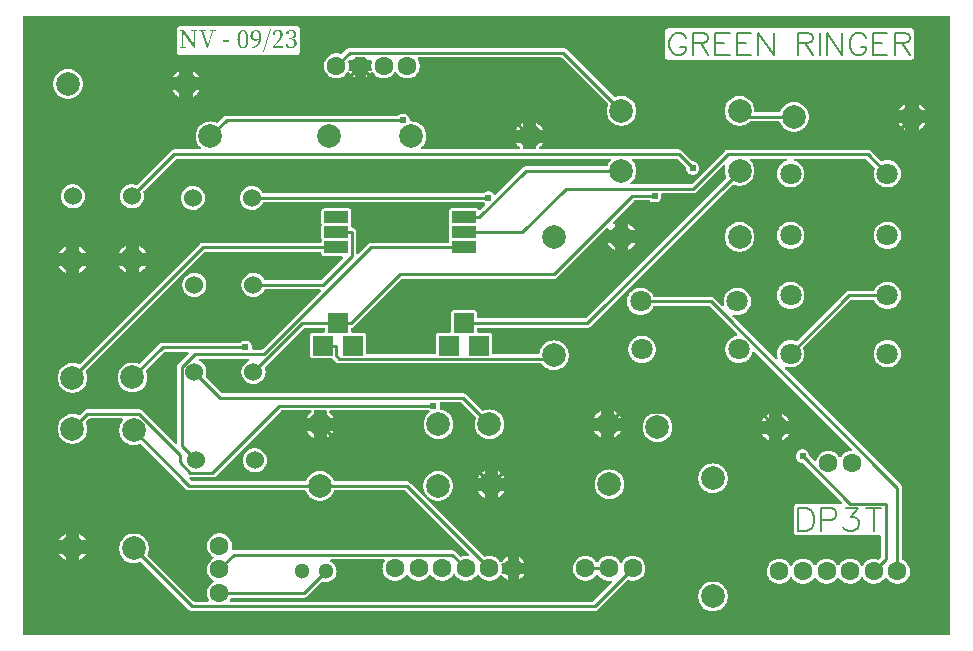
<source format=gtl>
G04 Layer: TopLayer*
G04 EasyEDA v6.5.34, 2023-09-12 23:43:32*
G04 1e945d1d77d541fea1df0e41f1a3b175,2c7f107921f9494b8657ce3d0c88cbd9,10*
G04 Gerber Generator version 0.2*
G04 Scale: 100 percent, Rotated: No, Reflected: No *
G04 Dimensions in millimeters *
G04 leading zeros omitted , absolute positions ,4 integer and 5 decimal *
%FSLAX45Y45*%
%MOMM*%

%AMMACRO1*21,1,$1,$2,0,0,$3*%
%ADD10C,0.2032*%
%ADD11C,0.2540*%
%ADD12C,1.8000*%
%ADD13C,1.6000*%
%ADD14C,1.5240*%
%ADD15C,1.3000*%
%ADD16R,1.6764X1.6764*%
%ADD17MACRO1,2.0206X1.002X0.0000*%
%ADD18C,2.0000*%
%ADD19C,0.6100*%
%ADD20C,0.0128*%

%LPD*%
G36*
X736092Y9425889D02*
G01*
X732180Y9426651D01*
X728878Y9428886D01*
X726694Y9432137D01*
X725932Y9436049D01*
X725932Y14663877D01*
X726694Y14667788D01*
X728878Y14671090D01*
X732180Y14673275D01*
X736092Y14674037D01*
X8563914Y14674037D01*
X8567826Y14673275D01*
X8571077Y14671090D01*
X8573312Y14667788D01*
X8574074Y14663877D01*
X8574074Y9436049D01*
X8573312Y9432137D01*
X8571077Y9428886D01*
X8567826Y9426651D01*
X8563914Y9425889D01*
G37*

%LPC*%
G36*
X6565900Y9631019D02*
G01*
X6581089Y9631934D01*
X6596024Y9634677D01*
X6610553Y9639198D01*
X6624421Y9645446D01*
X6637426Y9653320D01*
X6649364Y9662668D01*
X6660134Y9673437D01*
X6669481Y9685375D01*
X6677355Y9698380D01*
X6683603Y9712248D01*
X6688124Y9726777D01*
X6690868Y9741712D01*
X6691782Y9756902D01*
X6690868Y9772091D01*
X6688124Y9787026D01*
X6683603Y9801555D01*
X6677355Y9815423D01*
X6669481Y9828428D01*
X6660134Y9840366D01*
X6649364Y9851136D01*
X6637426Y9860483D01*
X6624421Y9868357D01*
X6610553Y9874605D01*
X6596024Y9879126D01*
X6581089Y9881870D01*
X6565900Y9882784D01*
X6550710Y9881870D01*
X6535775Y9879126D01*
X6521246Y9874605D01*
X6507378Y9868357D01*
X6494373Y9860483D01*
X6482435Y9851136D01*
X6471666Y9840366D01*
X6462318Y9828428D01*
X6454444Y9815423D01*
X6448196Y9801555D01*
X6443675Y9787026D01*
X6440932Y9772091D01*
X6440017Y9756902D01*
X6440932Y9741712D01*
X6443675Y9726777D01*
X6448196Y9712248D01*
X6454444Y9698380D01*
X6462318Y9685375D01*
X6471666Y9673437D01*
X6482435Y9662668D01*
X6494373Y9653320D01*
X6507378Y9645446D01*
X6521246Y9639198D01*
X6535775Y9634677D01*
X6550710Y9631934D01*
G37*
G36*
X2153056Y9635794D02*
G01*
X5565444Y9635794D01*
X5573471Y9636607D01*
X5580684Y9638792D01*
X5587339Y9642348D01*
X5593588Y9647478D01*
X5839409Y9893300D01*
X5842508Y9895382D01*
X5846114Y9896246D01*
X5849823Y9895738D01*
X5859018Y9892639D01*
X5872581Y9889896D01*
X5886399Y9889032D01*
X5900216Y9889896D01*
X5913780Y9892639D01*
X5926937Y9897059D01*
X5939332Y9903206D01*
X5950864Y9910876D01*
X5961278Y9920020D01*
X5970422Y9930434D01*
X5978093Y9941966D01*
X5984240Y9954361D01*
X5988659Y9967518D01*
X5991402Y9981082D01*
X5992266Y9994900D01*
X5991402Y10008717D01*
X5988659Y10022281D01*
X5984240Y10035438D01*
X5978093Y10047833D01*
X5970422Y10059365D01*
X5961278Y10069779D01*
X5950864Y10078923D01*
X5939332Y10086594D01*
X5926937Y10092740D01*
X5913780Y10097160D01*
X5900216Y10099903D01*
X5886399Y10100767D01*
X5872581Y10099903D01*
X5859018Y10097160D01*
X5845860Y10092740D01*
X5833465Y10086594D01*
X5821934Y10078923D01*
X5811520Y10069779D01*
X5802376Y10059365D01*
X5794857Y10048087D01*
X5792063Y10045242D01*
X5788406Y10043718D01*
X5784392Y10043718D01*
X5780735Y10045242D01*
X5777941Y10048087D01*
X5770422Y10059365D01*
X5761278Y10069779D01*
X5750864Y10078923D01*
X5739333Y10086594D01*
X5726938Y10092740D01*
X5713780Y10097160D01*
X5700217Y10099903D01*
X5686399Y10100767D01*
X5672582Y10099903D01*
X5659018Y10097160D01*
X5645861Y10092740D01*
X5633466Y10086594D01*
X5621934Y10078923D01*
X5611520Y10069779D01*
X5602376Y10059365D01*
X5594858Y10048087D01*
X5592064Y10045242D01*
X5588406Y10043718D01*
X5584393Y10043718D01*
X5580735Y10045242D01*
X5577941Y10048087D01*
X5570423Y10059365D01*
X5561279Y10069779D01*
X5550865Y10078923D01*
X5539333Y10086594D01*
X5526938Y10092740D01*
X5513781Y10097160D01*
X5500217Y10099903D01*
X5486400Y10100767D01*
X5472582Y10099903D01*
X5459018Y10097160D01*
X5445861Y10092740D01*
X5433466Y10086594D01*
X5421934Y10078923D01*
X5411520Y10069779D01*
X5402376Y10059365D01*
X5394706Y10047833D01*
X5388559Y10035438D01*
X5384139Y10022281D01*
X5381396Y10008717D01*
X5380532Y9994900D01*
X5381396Y9981082D01*
X5384139Y9967518D01*
X5388559Y9954361D01*
X5394706Y9941966D01*
X5402376Y9930434D01*
X5411520Y9920020D01*
X5421934Y9910876D01*
X5433466Y9903206D01*
X5445861Y9897059D01*
X5459018Y9892639D01*
X5472582Y9889896D01*
X5486400Y9889032D01*
X5500217Y9889896D01*
X5513781Y9892639D01*
X5526938Y9897059D01*
X5539333Y9903206D01*
X5550865Y9910876D01*
X5561279Y9920020D01*
X5570423Y9930434D01*
X5577941Y9941712D01*
X5580735Y9944557D01*
X5584393Y9946030D01*
X5588406Y9946030D01*
X5592064Y9944557D01*
X5594858Y9941712D01*
X5602376Y9930434D01*
X5611520Y9920020D01*
X5621934Y9910876D01*
X5633466Y9903206D01*
X5645861Y9897059D01*
X5659018Y9892639D01*
X5672582Y9889896D01*
X5686399Y9889032D01*
X5700572Y9889998D01*
X5704890Y9889896D01*
X5708751Y9888067D01*
X5711494Y9884816D01*
X5712714Y9880701D01*
X5712053Y9876434D01*
X5709767Y9872827D01*
X5552897Y9716008D01*
X5549595Y9713823D01*
X5545734Y9713010D01*
X2485339Y9713010D01*
X2481072Y9713976D01*
X2477617Y9716617D01*
X2475534Y9720427D01*
X2475280Y9724796D01*
X2476906Y9728860D01*
X2479294Y9732467D01*
X2483561Y9741103D01*
X2485847Y9744100D01*
X2488996Y9746081D01*
X2492705Y9746792D01*
X3103219Y9746792D01*
X3111246Y9747605D01*
X3118459Y9749790D01*
X3125114Y9753346D01*
X3131362Y9758476D01*
X3252673Y9879736D01*
X3255721Y9881870D01*
X3259328Y9882733D01*
X3262985Y9882225D01*
X3265830Y9881311D01*
X3278276Y9879126D01*
X3290976Y9878669D01*
X3303574Y9879990D01*
X3315868Y9883089D01*
X3327654Y9887813D01*
X3338626Y9894163D01*
X3348634Y9901936D01*
X3357422Y9911080D01*
X3364890Y9921341D01*
X3370834Y9932517D01*
X3375151Y9944455D01*
X3377793Y9956850D01*
X3378708Y9969500D01*
X3377793Y9982149D01*
X3375151Y9994544D01*
X3370834Y10006482D01*
X3364890Y10017658D01*
X3357422Y10027920D01*
X3348634Y10037064D01*
X3338626Y10044836D01*
X3327552Y10051237D01*
X3324351Y10054183D01*
X3322624Y10058247D01*
X3322828Y10062667D01*
X3324860Y10066578D01*
X3328365Y10069220D01*
X3332632Y10070185D01*
X3777742Y10070185D01*
X3781958Y10069271D01*
X3785463Y10066629D01*
X3787495Y10062768D01*
X3787749Y10058450D01*
X3786174Y10054386D01*
X3781806Y10047833D01*
X3775659Y10035438D01*
X3771239Y10022281D01*
X3768496Y10008717D01*
X3767632Y9994900D01*
X3768496Y9981082D01*
X3771239Y9967518D01*
X3775659Y9954361D01*
X3781806Y9941966D01*
X3789476Y9930434D01*
X3798620Y9920020D01*
X3809034Y9910876D01*
X3820566Y9903206D01*
X3832961Y9897059D01*
X3846118Y9892639D01*
X3859682Y9889896D01*
X3873500Y9889032D01*
X3887317Y9889896D01*
X3900881Y9892639D01*
X3914038Y9897059D01*
X3926433Y9903206D01*
X3937965Y9910876D01*
X3948379Y9920020D01*
X3957523Y9930434D01*
X3965041Y9941712D01*
X3967835Y9944557D01*
X3971493Y9946030D01*
X3975506Y9946030D01*
X3979164Y9944557D01*
X3981958Y9941712D01*
X3989476Y9930434D01*
X3998620Y9920020D01*
X4009034Y9910876D01*
X4020565Y9903206D01*
X4032961Y9897059D01*
X4046118Y9892639D01*
X4059682Y9889896D01*
X4073499Y9889032D01*
X4087317Y9889896D01*
X4100880Y9892639D01*
X4114037Y9897059D01*
X4126433Y9903206D01*
X4137964Y9910876D01*
X4148378Y9920020D01*
X4157522Y9930434D01*
X4165041Y9941712D01*
X4167835Y9944557D01*
X4171492Y9946030D01*
X4175506Y9946030D01*
X4179163Y9944557D01*
X4181957Y9941712D01*
X4189476Y9930434D01*
X4198620Y9920020D01*
X4209034Y9910876D01*
X4220565Y9903206D01*
X4232960Y9897059D01*
X4246118Y9892639D01*
X4259681Y9889896D01*
X4273499Y9889032D01*
X4287316Y9889896D01*
X4300880Y9892639D01*
X4314037Y9897059D01*
X4326432Y9903206D01*
X4337964Y9910876D01*
X4348378Y9920020D01*
X4357522Y9930434D01*
X4365040Y9941712D01*
X4367834Y9944557D01*
X4371492Y9946030D01*
X4375505Y9946030D01*
X4379163Y9944557D01*
X4381957Y9941712D01*
X4389475Y9930434D01*
X4398619Y9920020D01*
X4409033Y9910876D01*
X4420565Y9903206D01*
X4432960Y9897059D01*
X4446117Y9892639D01*
X4459681Y9889896D01*
X4473498Y9889032D01*
X4487316Y9889896D01*
X4500880Y9892639D01*
X4514037Y9897059D01*
X4526432Y9903206D01*
X4537964Y9910876D01*
X4548378Y9920020D01*
X4557522Y9930434D01*
X4565040Y9941712D01*
X4567834Y9944557D01*
X4571492Y9946030D01*
X4575505Y9946030D01*
X4579162Y9944557D01*
X4581956Y9941712D01*
X4589475Y9930434D01*
X4598619Y9920020D01*
X4609033Y9910876D01*
X4620564Y9903206D01*
X4632960Y9897059D01*
X4646117Y9892639D01*
X4659680Y9889896D01*
X4673498Y9889032D01*
X4687316Y9889896D01*
X4700879Y9892639D01*
X4714036Y9897059D01*
X4726432Y9903206D01*
X4737963Y9910876D01*
X4748377Y9920020D01*
X4757521Y9930434D01*
X4765040Y9941712D01*
X4767834Y9944557D01*
X4771491Y9946030D01*
X4775504Y9946030D01*
X4779162Y9944557D01*
X4781956Y9941712D01*
X4789474Y9930434D01*
X4798618Y9920020D01*
X4809032Y9910876D01*
X4820564Y9903206D01*
X4827168Y9899954D01*
X4827168Y9948570D01*
X4783531Y9948570D01*
X4779772Y9949281D01*
X4776520Y9951364D01*
X4774285Y9954463D01*
X4773371Y9958171D01*
X4773879Y9961981D01*
X4775758Y9967518D01*
X4778502Y9981082D01*
X4779365Y9994900D01*
X4778502Y10008717D01*
X4775758Y10022281D01*
X4773879Y10027818D01*
X4773371Y10031628D01*
X4774285Y10035336D01*
X4776520Y10038435D01*
X4779772Y10040518D01*
X4783531Y10041229D01*
X4827168Y10041229D01*
X4827168Y10089845D01*
X4820564Y10086594D01*
X4809032Y10078923D01*
X4798618Y10069779D01*
X4789474Y10059365D01*
X4781956Y10048087D01*
X4779162Y10045242D01*
X4775504Y10043718D01*
X4771491Y10043718D01*
X4767834Y10045242D01*
X4765040Y10048087D01*
X4757521Y10059365D01*
X4748377Y10069779D01*
X4737963Y10078923D01*
X4726432Y10086594D01*
X4714036Y10092740D01*
X4700879Y10097160D01*
X4687316Y10099903D01*
X4673498Y10100767D01*
X4659680Y10099903D01*
X4646117Y10097160D01*
X4636922Y10094061D01*
X4633214Y10093553D01*
X4629607Y10094417D01*
X4626508Y10096500D01*
X4002633Y10720324D01*
X3996436Y10725454D01*
X3989781Y10729010D01*
X3982516Y10731195D01*
X3974490Y10732008D01*
X3365500Y10732008D01*
X3361690Y10732719D01*
X3358438Y10734852D01*
X3356203Y10738002D01*
X3349955Y10751921D01*
X3342081Y10764926D01*
X3332734Y10776864D01*
X3321964Y10787634D01*
X3310026Y10796981D01*
X3297021Y10804855D01*
X3283153Y10811103D01*
X3268624Y10815624D01*
X3253689Y10818368D01*
X3238500Y10819282D01*
X3223310Y10818368D01*
X3208375Y10815624D01*
X3193846Y10811103D01*
X3179978Y10804855D01*
X3166973Y10796981D01*
X3155035Y10787634D01*
X3144266Y10776864D01*
X3134918Y10764926D01*
X3127044Y10751921D01*
X3120796Y10738002D01*
X3118561Y10734852D01*
X3115310Y10732719D01*
X3111500Y10732008D01*
X2153818Y10732008D01*
X2149906Y10732770D01*
X2146604Y10735005D01*
X2134311Y10747298D01*
X2132076Y10750753D01*
X2131364Y10754817D01*
X2132330Y10758830D01*
X2134819Y10762081D01*
X2138375Y10764113D01*
X2142794Y10764520D01*
X2327351Y10764520D01*
X2335377Y10765332D01*
X2342591Y10767517D01*
X2349246Y10771073D01*
X2355494Y10776204D01*
X2908706Y11329416D01*
X2912008Y11331651D01*
X2915920Y11332413D01*
X3159607Y11332413D01*
X3163671Y11331549D01*
X3167075Y11329162D01*
X3169208Y11325555D01*
X3169767Y11321440D01*
X3168548Y11317427D01*
X3165906Y11314277D01*
X3158337Y11308334D01*
X3147568Y11297564D01*
X3138220Y11285626D01*
X3130346Y11272621D01*
X3129381Y11270437D01*
X3185464Y11270437D01*
X3185464Y11322253D01*
X3186226Y11326164D01*
X3188411Y11329416D01*
X3191713Y11331651D01*
X3195624Y11332413D01*
X3287979Y11332413D01*
X3291890Y11331651D01*
X3295192Y11329416D01*
X3297377Y11326164D01*
X3298139Y11322253D01*
X3298139Y11270437D01*
X3354222Y11270437D01*
X3353257Y11272621D01*
X3345383Y11285626D01*
X3336036Y11297564D01*
X3325266Y11308334D01*
X3317697Y11314277D01*
X3315055Y11317427D01*
X3313836Y11321440D01*
X3314395Y11325555D01*
X3316528Y11329162D01*
X3319932Y11331549D01*
X3323996Y11332413D01*
X4154424Y11332413D01*
X4158335Y11331651D01*
X4161586Y11329466D01*
X4163872Y11327180D01*
X4166209Y11323624D01*
X4166870Y11319408D01*
X4165752Y11315293D01*
X4163009Y11311991D01*
X4158335Y11308334D01*
X4147565Y11297564D01*
X4138218Y11285626D01*
X4130344Y11272621D01*
X4124096Y11258753D01*
X4119575Y11244224D01*
X4116832Y11229289D01*
X4115917Y11214100D01*
X4116832Y11198910D01*
X4119575Y11183975D01*
X4124096Y11169446D01*
X4130344Y11155578D01*
X4138218Y11142573D01*
X4147565Y11130635D01*
X4158335Y11119866D01*
X4170273Y11110518D01*
X4183278Y11102644D01*
X4197146Y11096396D01*
X4211675Y11091875D01*
X4226610Y11089132D01*
X4241800Y11088217D01*
X4256989Y11089132D01*
X4271924Y11091875D01*
X4286453Y11096396D01*
X4300321Y11102644D01*
X4313326Y11110518D01*
X4325264Y11119866D01*
X4336034Y11130635D01*
X4345381Y11142573D01*
X4353255Y11155578D01*
X4359503Y11169446D01*
X4364024Y11183975D01*
X4366768Y11198910D01*
X4367682Y11214100D01*
X4366768Y11229289D01*
X4364024Y11244224D01*
X4359503Y11258753D01*
X4353255Y11272621D01*
X4345381Y11285626D01*
X4336034Y11297564D01*
X4325264Y11308334D01*
X4313326Y11317681D01*
X4300321Y11325555D01*
X4286453Y11331803D01*
X4271924Y11336324D01*
X4260240Y11338458D01*
X4256379Y11340033D01*
X4253484Y11343030D01*
X4252010Y11346942D01*
X4252264Y11351107D01*
X4254957Y11361216D01*
X4255820Y11371021D01*
X4254957Y11380825D01*
X4252722Y11389258D01*
X4252417Y11392916D01*
X4253484Y11396472D01*
X4255719Y11399418D01*
X4258868Y11401348D01*
X4262526Y11402009D01*
X4426864Y11402009D01*
X4430725Y11401247D01*
X4434027Y11399062D01*
X4556658Y11276431D01*
X4558893Y11273028D01*
X4559655Y11269065D01*
X4558741Y11265103D01*
X4555896Y11258753D01*
X4551375Y11244224D01*
X4548632Y11229289D01*
X4547717Y11214100D01*
X4548632Y11198910D01*
X4551375Y11183975D01*
X4555896Y11169446D01*
X4562144Y11155578D01*
X4570018Y11142573D01*
X4579366Y11130635D01*
X4590135Y11119866D01*
X4602073Y11110518D01*
X4615078Y11102644D01*
X4628946Y11096396D01*
X4643475Y11091875D01*
X4658410Y11089132D01*
X4673600Y11088217D01*
X4688789Y11089132D01*
X4703724Y11091875D01*
X4718253Y11096396D01*
X4732121Y11102644D01*
X4745126Y11110518D01*
X4757064Y11119866D01*
X4767834Y11130635D01*
X4777181Y11142573D01*
X4785055Y11155578D01*
X4791303Y11169446D01*
X4795824Y11183975D01*
X4798568Y11198910D01*
X4799482Y11214100D01*
X4798568Y11229289D01*
X4795824Y11244224D01*
X4791303Y11258753D01*
X4785055Y11272621D01*
X4777181Y11285626D01*
X4767834Y11297564D01*
X4757064Y11308334D01*
X4745126Y11317681D01*
X4732121Y11325555D01*
X4718253Y11331803D01*
X4703724Y11336324D01*
X4688789Y11339068D01*
X4673600Y11339982D01*
X4658410Y11339068D01*
X4643475Y11336324D01*
X4628946Y11331803D01*
X4622596Y11328958D01*
X4618634Y11328044D01*
X4614672Y11328806D01*
X4611268Y11331041D01*
X4474718Y11467592D01*
X4468469Y11472722D01*
X4461814Y11476278D01*
X4454601Y11478463D01*
X4446574Y11479225D01*
X2413863Y11479225D01*
X2410002Y11480038D01*
X2406700Y11482222D01*
X2274316Y11614607D01*
X2272182Y11617706D01*
X2271318Y11621414D01*
X2271877Y11625122D01*
X2274163Y11631625D01*
X2276856Y11644985D01*
X2277770Y11658600D01*
X2276856Y11672214D01*
X2274163Y11685574D01*
X2269693Y11698478D01*
X2263546Y11710619D01*
X2255824Y11721846D01*
X2246680Y11732006D01*
X2236266Y11740794D01*
X2224786Y11748109D01*
X2220620Y11750040D01*
X2217470Y11752326D01*
X2215388Y11755678D01*
X2214727Y11759488D01*
X2215591Y11763298D01*
X2217775Y11766550D01*
X2221077Y11768683D01*
X2224887Y11769394D01*
X2626309Y11769394D01*
X2630627Y11768429D01*
X2634132Y11765737D01*
X2636113Y11761774D01*
X2636266Y11757355D01*
X2634488Y11753291D01*
X2631186Y11750344D01*
X2620772Y11744655D01*
X2609799Y11736578D01*
X2599994Y11727078D01*
X2591511Y11716359D01*
X2584602Y11704624D01*
X2579268Y11692077D01*
X2575661Y11678920D01*
X2573832Y11665407D01*
X2573832Y11651792D01*
X2575661Y11638280D01*
X2579268Y11625122D01*
X2584602Y11612575D01*
X2591511Y11600840D01*
X2599994Y11590121D01*
X2609799Y11580622D01*
X2620772Y11572544D01*
X2632710Y11565991D01*
X2645460Y11561114D01*
X2658719Y11557914D01*
X2672283Y11556593D01*
X2685897Y11557050D01*
X2699359Y11559286D01*
X2712415Y11563350D01*
X2724759Y11569090D01*
X2736240Y11576405D01*
X2746654Y11585194D01*
X2755798Y11595354D01*
X2763520Y11606580D01*
X2769666Y11618722D01*
X2774137Y11631625D01*
X2776880Y11644985D01*
X2777794Y11658600D01*
X2776880Y11672214D01*
X2774137Y11685574D01*
X2771902Y11692077D01*
X2771343Y11695785D01*
X2772206Y11699494D01*
X2774289Y11702592D01*
X3101492Y12029744D01*
X3104794Y12031980D01*
X3108655Y12032742D01*
X3271012Y12032742D01*
X3274923Y12031980D01*
X3278174Y12029744D01*
X3280410Y12026493D01*
X3281172Y12022582D01*
X3281172Y12000738D01*
X3280410Y11996826D01*
X3278174Y11993575D01*
X3274923Y11991340D01*
X3271012Y11990578D01*
X3180638Y11990578D01*
X3174339Y11989866D01*
X3168853Y11987936D01*
X3163976Y11984888D01*
X3159861Y11980773D01*
X3156813Y11975896D01*
X3154883Y11970410D01*
X3154172Y11964111D01*
X3154172Y11797588D01*
X3154883Y11791289D01*
X3156813Y11785803D01*
X3159861Y11780926D01*
X3163976Y11776811D01*
X3168853Y11773763D01*
X3174339Y11771833D01*
X3180638Y11771122D01*
X3342741Y11771122D01*
X3346653Y11770360D01*
X3349955Y11768124D01*
X3376117Y11742013D01*
X3382314Y11736882D01*
X3389020Y11733326D01*
X3396234Y11731142D01*
X3404260Y11730329D01*
X5108397Y11730329D01*
X5111394Y11729872D01*
X5114137Y11728551D01*
X5116372Y11726418D01*
X5125466Y11714835D01*
X5136235Y11704066D01*
X5148173Y11694718D01*
X5161178Y11686844D01*
X5175046Y11680596D01*
X5189575Y11676075D01*
X5204510Y11673332D01*
X5219700Y11672417D01*
X5234889Y11673332D01*
X5249824Y11676075D01*
X5264353Y11680596D01*
X5278221Y11686844D01*
X5291226Y11694718D01*
X5303164Y11704066D01*
X5313934Y11714835D01*
X5323281Y11726773D01*
X5331155Y11739778D01*
X5337403Y11753646D01*
X5341924Y11768175D01*
X5344668Y11783110D01*
X5345582Y11798300D01*
X5344668Y11813489D01*
X5341924Y11828424D01*
X5337403Y11842953D01*
X5331155Y11856821D01*
X5323281Y11869826D01*
X5313934Y11881764D01*
X5303164Y11892534D01*
X5291226Y11901881D01*
X5278221Y11909755D01*
X5264353Y11916003D01*
X5249824Y11920524D01*
X5234889Y11923268D01*
X5219700Y11924182D01*
X5204510Y11923268D01*
X5189575Y11920524D01*
X5175046Y11916003D01*
X5161178Y11909755D01*
X5148173Y11901881D01*
X5136235Y11892534D01*
X5125466Y11881764D01*
X5116118Y11869826D01*
X5108244Y11856821D01*
X5101996Y11842953D01*
X5097475Y11828424D01*
X5095189Y11815876D01*
X5093970Y11812574D01*
X5091684Y11809882D01*
X5088636Y11808155D01*
X5085181Y11807545D01*
X4704588Y11807545D01*
X4700676Y11808307D01*
X4697425Y11810542D01*
X4695190Y11813794D01*
X4694428Y11817705D01*
X4694428Y11964111D01*
X4693716Y11970410D01*
X4691786Y11975896D01*
X4688738Y11980773D01*
X4684623Y11984888D01*
X4679746Y11987936D01*
X4674260Y11989866D01*
X4667961Y11990578D01*
X4577588Y11990578D01*
X4573676Y11991340D01*
X4570425Y11993575D01*
X4568190Y11996826D01*
X4567428Y12000738D01*
X4567428Y12022582D01*
X4568190Y12026493D01*
X4570425Y12029744D01*
X4573676Y12031980D01*
X4577588Y12032742D01*
X5501640Y12032742D01*
X5509666Y12033554D01*
X5516930Y12035739D01*
X5523585Y12039295D01*
X5529783Y12044426D01*
X6728866Y13243458D01*
X6732270Y13245693D01*
X6736232Y13246455D01*
X6740194Y13245541D01*
X6746544Y13242696D01*
X6761073Y13238175D01*
X6776008Y13235432D01*
X6791198Y13234517D01*
X6806387Y13235432D01*
X6821322Y13238175D01*
X6835851Y13242696D01*
X6849719Y13248944D01*
X6862724Y13256818D01*
X6874662Y13266166D01*
X6885431Y13276935D01*
X6894779Y13288873D01*
X6902653Y13301878D01*
X6908901Y13315746D01*
X6913422Y13330275D01*
X6916166Y13345210D01*
X6917080Y13360400D01*
X6916166Y13375589D01*
X6913422Y13390524D01*
X6908901Y13405053D01*
X6902653Y13418921D01*
X6894779Y13431926D01*
X6885431Y13443864D01*
X6883196Y13446099D01*
X6881012Y13449401D01*
X6880250Y13453262D01*
X6881012Y13457174D01*
X6883196Y13460476D01*
X6886498Y13462660D01*
X6890410Y13463422D01*
X7179665Y13463422D01*
X7183577Y13462660D01*
X7186879Y13460425D01*
X7189114Y13457123D01*
X7189825Y13453211D01*
X7189012Y13449300D01*
X7186777Y13445998D01*
X7183424Y13443864D01*
X7173366Y13439851D01*
X7160615Y13432840D01*
X7148830Y13424306D01*
X7138212Y13414349D01*
X7128967Y13403122D01*
X7121144Y13390829D01*
X7114946Y13377672D01*
X7110475Y13363803D01*
X7107732Y13349528D01*
X7106818Y13335000D01*
X7107732Y13320471D01*
X7110475Y13306196D01*
X7114946Y13292328D01*
X7121144Y13279170D01*
X7128967Y13266877D01*
X7138212Y13255650D01*
X7148830Y13245693D01*
X7160615Y13237159D01*
X7173366Y13230148D01*
X7186879Y13224763D01*
X7201001Y13221157D01*
X7215428Y13219328D01*
X7229957Y13219328D01*
X7244435Y13221157D01*
X7258507Y13224763D01*
X7272020Y13230148D01*
X7284821Y13237159D01*
X7296556Y13245693D01*
X7307173Y13255650D01*
X7316470Y13266877D01*
X7324242Y13279170D01*
X7330440Y13292328D01*
X7334961Y13306196D01*
X7337653Y13320471D01*
X7338568Y13335000D01*
X7337653Y13349528D01*
X7334961Y13363803D01*
X7330440Y13377672D01*
X7324242Y13390829D01*
X7316470Y13403122D01*
X7307173Y13414349D01*
X7296556Y13424306D01*
X7284821Y13432840D01*
X7272020Y13439851D01*
X7261961Y13443864D01*
X7258659Y13445998D01*
X7256373Y13449300D01*
X7255560Y13453211D01*
X7256322Y13457123D01*
X7258507Y13460425D01*
X7261809Y13462660D01*
X7265720Y13463422D01*
X7855458Y13463422D01*
X7859318Y13462660D01*
X7862620Y13460476D01*
X7933283Y13389863D01*
X7935518Y13386409D01*
X7936230Y13382345D01*
X7934959Y13377672D01*
X7930438Y13363803D01*
X7927746Y13349528D01*
X7926831Y13335000D01*
X7927746Y13320471D01*
X7930438Y13306196D01*
X7934959Y13292328D01*
X7941157Y13279170D01*
X7948930Y13266877D01*
X7958226Y13255650D01*
X7968843Y13245693D01*
X7980578Y13237159D01*
X7993380Y13230148D01*
X8006892Y13224763D01*
X8020964Y13221157D01*
X8035442Y13219328D01*
X8049971Y13219328D01*
X8064398Y13221157D01*
X8078520Y13224763D01*
X8092033Y13230148D01*
X8104784Y13237159D01*
X8116570Y13245693D01*
X8127187Y13255650D01*
X8136432Y13266877D01*
X8144256Y13279170D01*
X8150453Y13292328D01*
X8154924Y13306196D01*
X8157667Y13320471D01*
X8158581Y13335000D01*
X8157667Y13349528D01*
X8154924Y13363803D01*
X8150453Y13377672D01*
X8144256Y13390829D01*
X8136432Y13403122D01*
X8127187Y13414349D01*
X8116570Y13424306D01*
X8104784Y13432840D01*
X8092033Y13439851D01*
X8078520Y13445236D01*
X8064398Y13448842D01*
X8049971Y13450671D01*
X8035442Y13450671D01*
X8020964Y13448842D01*
X8006892Y13445236D01*
X7998917Y13442035D01*
X7995056Y13441324D01*
X7991246Y13442137D01*
X7987995Y13444321D01*
X7903311Y13529005D01*
X7897063Y13534136D01*
X7890408Y13537692D01*
X7883194Y13539876D01*
X7875168Y13540638D01*
X6693611Y13540638D01*
X6685584Y13539876D01*
X6678371Y13537692D01*
X6671665Y13534136D01*
X6665468Y13529005D01*
X6385001Y13248589D01*
X6381699Y13246354D01*
X6377838Y13245592D01*
X5877864Y13245592D01*
X5873800Y13246455D01*
X5870397Y13248843D01*
X5868263Y13252450D01*
X5867704Y13256564D01*
X5868924Y13260578D01*
X5871565Y13263727D01*
X5874664Y13266166D01*
X5885434Y13276935D01*
X5894781Y13288873D01*
X5902655Y13301878D01*
X5908903Y13315746D01*
X5913424Y13330275D01*
X5916168Y13345210D01*
X5917082Y13360400D01*
X5916168Y13375589D01*
X5913424Y13390524D01*
X5908903Y13405053D01*
X5902655Y13418921D01*
X5894781Y13431926D01*
X5885434Y13443864D01*
X5883097Y13446201D01*
X5880912Y13449503D01*
X5880150Y13453363D01*
X5880912Y13457275D01*
X5883097Y13460577D01*
X5886399Y13462762D01*
X5890310Y13463524D01*
X6255766Y13463524D01*
X6259677Y13462762D01*
X6262979Y13460577D01*
X6335166Y13388390D01*
X6337147Y13385495D01*
X6338062Y13382091D01*
X6338773Y13374065D01*
X6341313Y13364565D01*
X6345478Y13355675D01*
X6351117Y13347598D01*
X6358077Y13340638D01*
X6366103Y13335050D01*
X6375044Y13330885D01*
X6384493Y13328345D01*
X6394297Y13327481D01*
X6404102Y13328345D01*
X6413601Y13330885D01*
X6422491Y13335050D01*
X6430518Y13340638D01*
X6437477Y13347598D01*
X6443116Y13355675D01*
X6447282Y13364565D01*
X6449822Y13374065D01*
X6450685Y13383818D01*
X6449822Y13393623D01*
X6447282Y13403122D01*
X6443116Y13412012D01*
X6437477Y13420090D01*
X6430518Y13427049D01*
X6422491Y13432637D01*
X6413601Y13436803D01*
X6404102Y13439343D01*
X6396024Y13440054D01*
X6392621Y13440968D01*
X6389725Y13443000D01*
X6303619Y13529106D01*
X6297422Y13534237D01*
X6290767Y13537793D01*
X6283502Y13539978D01*
X6275476Y13540740D01*
X5103723Y13540740D01*
X5099812Y13541552D01*
X5096510Y13543737D01*
X5094325Y13547039D01*
X5093563Y13550900D01*
X5094325Y13554811D01*
X5096510Y13558113D01*
X5107432Y13569035D01*
X5116779Y13580973D01*
X5124653Y13593978D01*
X5125618Y13596162D01*
X5069535Y13596162D01*
X5069535Y13550900D01*
X5068773Y13547039D01*
X5066588Y13543737D01*
X5063286Y13541552D01*
X5059375Y13540740D01*
X4967020Y13540740D01*
X4963109Y13541552D01*
X4959807Y13543737D01*
X4957622Y13547039D01*
X4956860Y13550900D01*
X4956860Y13596162D01*
X4900777Y13596162D01*
X4901742Y13593978D01*
X4909616Y13580973D01*
X4918964Y13569035D01*
X4929886Y13558113D01*
X4932070Y13554811D01*
X4932832Y13550900D01*
X4932070Y13547039D01*
X4929886Y13543737D01*
X4926584Y13541552D01*
X4922672Y13540740D01*
X4103725Y13540740D01*
X4099814Y13541552D01*
X4096512Y13543737D01*
X4094327Y13547039D01*
X4093565Y13550900D01*
X4094327Y13554811D01*
X4096512Y13558113D01*
X4107434Y13569035D01*
X4116781Y13580973D01*
X4124655Y13593978D01*
X4130903Y13607846D01*
X4135424Y13622375D01*
X4138168Y13637310D01*
X4139082Y13652500D01*
X4138168Y13667689D01*
X4135424Y13682624D01*
X4130903Y13697153D01*
X4124655Y13711021D01*
X4116781Y13724026D01*
X4107434Y13735964D01*
X4096664Y13746734D01*
X4084726Y13756081D01*
X4071721Y13763955D01*
X4057853Y13770203D01*
X4043324Y13774724D01*
X4028389Y13777468D01*
X4013200Y13778382D01*
X4009034Y13778128D01*
X4004767Y13778788D01*
X4001109Y13781176D01*
X3998823Y13784884D01*
X3997502Y13799616D01*
X3994962Y13809116D01*
X3990797Y13818006D01*
X3985158Y13826032D01*
X3978198Y13832992D01*
X3970172Y13838631D01*
X3961282Y13842796D01*
X3951782Y13845336D01*
X3941978Y13846200D01*
X3932174Y13845336D01*
X3922725Y13842796D01*
X3913784Y13838631D01*
X3905758Y13832992D01*
X3904132Y13831417D01*
X3900830Y13829182D01*
X3896969Y13828420D01*
X2449220Y13828420D01*
X2441194Y13827607D01*
X2433980Y13825423D01*
X2427274Y13821867D01*
X2421077Y13816736D01*
X2373731Y13769441D01*
X2370328Y13767206D01*
X2366365Y13766444D01*
X2362403Y13767358D01*
X2356053Y13770203D01*
X2341524Y13774724D01*
X2326589Y13777468D01*
X2311400Y13778382D01*
X2296210Y13777468D01*
X2281275Y13774724D01*
X2266746Y13770203D01*
X2252878Y13763955D01*
X2239873Y13756081D01*
X2227935Y13746734D01*
X2217166Y13735964D01*
X2207818Y13724026D01*
X2199944Y13711021D01*
X2193696Y13697153D01*
X2189175Y13682624D01*
X2186432Y13667689D01*
X2185517Y13652500D01*
X2186432Y13637310D01*
X2189175Y13622375D01*
X2193696Y13607846D01*
X2199944Y13593978D01*
X2207818Y13580973D01*
X2217166Y13569035D01*
X2228088Y13558113D01*
X2230272Y13554811D01*
X2231034Y13550900D01*
X2230272Y13547039D01*
X2228088Y13543737D01*
X2224786Y13541552D01*
X2220874Y13540740D01*
X2005177Y13540740D01*
X1997151Y13539978D01*
X1989937Y13537793D01*
X1983232Y13534237D01*
X1977034Y13529106D01*
X1691081Y13243153D01*
X1688084Y13241070D01*
X1684528Y13240207D01*
X1680870Y13240613D01*
X1670659Y13243813D01*
X1657197Y13246049D01*
X1643583Y13246506D01*
X1630019Y13245185D01*
X1616760Y13241985D01*
X1604010Y13237108D01*
X1592072Y13230555D01*
X1581099Y13222478D01*
X1571294Y13212978D01*
X1562811Y13202259D01*
X1555902Y13190524D01*
X1550568Y13177977D01*
X1546961Y13164819D01*
X1545132Y13151307D01*
X1545132Y13137692D01*
X1546961Y13124180D01*
X1550568Y13111022D01*
X1555902Y13098475D01*
X1562811Y13086740D01*
X1571294Y13076021D01*
X1581099Y13066521D01*
X1592072Y13058444D01*
X1604010Y13051891D01*
X1616760Y13047014D01*
X1630019Y13043814D01*
X1643583Y13042493D01*
X1657197Y13042950D01*
X1670659Y13045186D01*
X1683715Y13049250D01*
X1696059Y13054990D01*
X1707540Y13062305D01*
X1717954Y13071094D01*
X1727098Y13081254D01*
X1734820Y13092480D01*
X1740966Y13104621D01*
X1745437Y13117525D01*
X1748180Y13130885D01*
X1749094Y13144500D01*
X1748180Y13158114D01*
X1745437Y13171474D01*
X1743202Y13177977D01*
X1742643Y13181685D01*
X1743506Y13185394D01*
X1745589Y13188492D01*
X2017674Y13460577D01*
X2020976Y13462762D01*
X2024888Y13463524D01*
X5692089Y13463524D01*
X5696000Y13462762D01*
X5699302Y13460577D01*
X5701487Y13457275D01*
X5702249Y13453363D01*
X5701487Y13449503D01*
X5699302Y13446201D01*
X5696966Y13443864D01*
X5687618Y13431926D01*
X5679744Y13418921D01*
X5673496Y13405002D01*
X5671261Y13401852D01*
X5668010Y13399719D01*
X5664200Y13399007D01*
X4980838Y13399007D01*
X4972812Y13398195D01*
X4965598Y13396010D01*
X4958943Y13392454D01*
X4952695Y13387324D01*
X4726990Y13161619D01*
X4723282Y13159282D01*
X4718913Y13158673D01*
X4714748Y13159994D01*
X4711496Y13162991D01*
X4707940Y13168020D01*
X4700981Y13174980D01*
X4692954Y13180618D01*
X4684064Y13184784D01*
X4674565Y13187324D01*
X4664760Y13188188D01*
X4654956Y13187324D01*
X4645507Y13184784D01*
X4636566Y13180618D01*
X4628540Y13174980D01*
X4626914Y13173405D01*
X4623612Y13171169D01*
X4619752Y13170407D01*
X2763875Y13170407D01*
X2760218Y13171068D01*
X2757068Y13173049D01*
X2754782Y13175996D01*
X2750820Y13183819D01*
X2743098Y13195046D01*
X2733954Y13205206D01*
X2723540Y13213994D01*
X2712059Y13221309D01*
X2699715Y13227050D01*
X2686659Y13231113D01*
X2673197Y13233349D01*
X2659583Y13233806D01*
X2646019Y13232485D01*
X2632760Y13229285D01*
X2620010Y13224408D01*
X2608072Y13217855D01*
X2597099Y13209778D01*
X2587294Y13200278D01*
X2578811Y13189559D01*
X2571902Y13177824D01*
X2566568Y13165277D01*
X2562961Y13152119D01*
X2561132Y13138607D01*
X2561132Y13124992D01*
X2562961Y13111480D01*
X2566568Y13098322D01*
X2571902Y13085775D01*
X2578811Y13074040D01*
X2587294Y13063321D01*
X2597099Y13053821D01*
X2608072Y13045744D01*
X2620010Y13039191D01*
X2632760Y13034314D01*
X2646019Y13031114D01*
X2659583Y13029793D01*
X2673197Y13030250D01*
X2686659Y13032486D01*
X2699715Y13036550D01*
X2712059Y13042290D01*
X2723540Y13049605D01*
X2733954Y13058394D01*
X2743098Y13068554D01*
X2750820Y13079780D01*
X2754782Y13087604D01*
X2757068Y13090550D01*
X2760218Y13092531D01*
X2763875Y13093192D01*
X4619752Y13093192D01*
X4623612Y13092430D01*
X4626914Y13090194D01*
X4628540Y13088619D01*
X4633569Y13085063D01*
X4636566Y13081863D01*
X4637887Y13077647D01*
X4637278Y13073278D01*
X4634941Y13069569D01*
X4595469Y13030098D01*
X4592472Y13028015D01*
X4588967Y13027152D01*
X4585360Y13027558D01*
X4582109Y13029184D01*
X4578959Y13033044D01*
X4574844Y13037108D01*
X4569968Y13040207D01*
X4564481Y13042087D01*
X4558182Y13042798D01*
X4357370Y13042798D01*
X4351070Y13042087D01*
X4345584Y13040207D01*
X4340707Y13037108D01*
X4336592Y13033044D01*
X4333544Y13028117D01*
X4331614Y13022681D01*
X4330903Y13016331D01*
X4330903Y12917170D01*
X4331614Y12910820D01*
X4333087Y12906603D01*
X4333646Y12903250D01*
X4333087Y12899898D01*
X4331614Y12895681D01*
X4330903Y12889331D01*
X4330903Y12790170D01*
X4331614Y12783820D01*
X4333087Y12779603D01*
X4333646Y12776250D01*
X4333087Y12772898D01*
X4331665Y12768732D01*
X4330852Y12760553D01*
X4329836Y12756946D01*
X4327550Y12754000D01*
X4324400Y12752019D01*
X4320743Y12751358D01*
X3672687Y12751358D01*
X3664661Y12750546D01*
X3657447Y12748361D01*
X3650742Y12744805D01*
X3644544Y12739674D01*
X3564178Y12659360D01*
X3560876Y12657124D01*
X3557015Y12656362D01*
X3553104Y12657124D01*
X3549802Y12659360D01*
X3547618Y12662662D01*
X3546856Y12666522D01*
X3546856Y12838226D01*
X3546043Y12846253D01*
X3543858Y12853466D01*
X3540302Y12860172D01*
X3534867Y12866674D01*
X3528618Y12871805D01*
X3521964Y12875361D01*
X3510737Y12878663D01*
X3507790Y12880898D01*
X3505809Y12884048D01*
X3504437Y12895681D01*
X3502964Y12899898D01*
X3502406Y12903250D01*
X3502964Y12906603D01*
X3504437Y12910820D01*
X3505149Y12917170D01*
X3505149Y13016331D01*
X3504437Y13022681D01*
X3502507Y13028117D01*
X3499459Y13033044D01*
X3495344Y13037108D01*
X3490468Y13040207D01*
X3484981Y13042087D01*
X3478682Y13042798D01*
X3277870Y13042798D01*
X3271570Y13042087D01*
X3266084Y13040207D01*
X3261207Y13037108D01*
X3257092Y13033044D01*
X3254044Y13028117D01*
X3252114Y13022681D01*
X3251403Y13016331D01*
X3251403Y12917170D01*
X3252114Y12910820D01*
X3253587Y12906603D01*
X3254146Y12903250D01*
X3253587Y12899898D01*
X3252114Y12895681D01*
X3251403Y12889331D01*
X3251403Y12790170D01*
X3252114Y12783820D01*
X3253587Y12779603D01*
X3254146Y12776250D01*
X3253587Y12772898D01*
X3252165Y12768732D01*
X3251352Y12760553D01*
X3250336Y12756946D01*
X3248050Y12754000D01*
X3244900Y12752019D01*
X3241243Y12751358D01*
X2248458Y12751358D01*
X2240432Y12750546D01*
X2233218Y12748361D01*
X2226513Y12744805D01*
X2220315Y12739674D01*
X1205331Y11724741D01*
X1201928Y11722506D01*
X1197965Y11721744D01*
X1194003Y11722658D01*
X1187653Y11725503D01*
X1173124Y11730024D01*
X1158189Y11732768D01*
X1143000Y11733682D01*
X1127810Y11732768D01*
X1112875Y11730024D01*
X1098346Y11725503D01*
X1084478Y11719255D01*
X1071473Y11711381D01*
X1059535Y11702034D01*
X1048766Y11691264D01*
X1039418Y11679326D01*
X1031544Y11666321D01*
X1025296Y11652453D01*
X1020775Y11637924D01*
X1018032Y11622989D01*
X1017117Y11607800D01*
X1018032Y11592610D01*
X1020775Y11577675D01*
X1025296Y11563146D01*
X1031544Y11549278D01*
X1039418Y11536273D01*
X1048766Y11524335D01*
X1059535Y11513566D01*
X1071473Y11504218D01*
X1084478Y11496344D01*
X1098346Y11490096D01*
X1112875Y11485575D01*
X1127810Y11482832D01*
X1143000Y11481917D01*
X1158189Y11482832D01*
X1173124Y11485575D01*
X1187653Y11490096D01*
X1201521Y11496344D01*
X1214526Y11504218D01*
X1226464Y11513566D01*
X1237234Y11524335D01*
X1246581Y11536273D01*
X1254455Y11549278D01*
X1260703Y11563146D01*
X1265224Y11577675D01*
X1267968Y11592610D01*
X1268882Y11607800D01*
X1267968Y11622989D01*
X1265224Y11637924D01*
X1260703Y11652453D01*
X1257858Y11658803D01*
X1256944Y11662765D01*
X1257706Y11666728D01*
X1259941Y11670131D01*
X2260955Y12671145D01*
X2264257Y12673380D01*
X2268169Y12674142D01*
X3241243Y12674142D01*
X3244900Y12673482D01*
X3248050Y12671501D01*
X3250336Y12668554D01*
X3251352Y12664948D01*
X3252165Y12656769D01*
X3254044Y12651384D01*
X3257092Y12646456D01*
X3261207Y12642392D01*
X3266084Y12639294D01*
X3271570Y12637414D01*
X3277870Y12636652D01*
X3423818Y12636652D01*
X3427679Y12635890D01*
X3430981Y12633706D01*
X3433216Y12630404D01*
X3433978Y12626492D01*
X3433216Y12622631D01*
X3430981Y12619329D01*
X3248456Y12436805D01*
X3245154Y12434570D01*
X3241243Y12433808D01*
X2776575Y12433808D01*
X2772918Y12434468D01*
X2769768Y12436449D01*
X2767482Y12439396D01*
X2763520Y12447219D01*
X2755798Y12458446D01*
X2746654Y12468606D01*
X2736240Y12477394D01*
X2724759Y12484709D01*
X2712415Y12490450D01*
X2699359Y12494514D01*
X2685897Y12496749D01*
X2672283Y12497206D01*
X2658719Y12495885D01*
X2645460Y12492685D01*
X2632710Y12487808D01*
X2620772Y12481255D01*
X2609799Y12473178D01*
X2599994Y12463678D01*
X2591511Y12452959D01*
X2584602Y12441224D01*
X2579268Y12428677D01*
X2575661Y12415520D01*
X2573832Y12402007D01*
X2573832Y12388392D01*
X2575661Y12374880D01*
X2579268Y12361722D01*
X2584602Y12349175D01*
X2591511Y12337440D01*
X2599994Y12326721D01*
X2609799Y12317222D01*
X2620772Y12309144D01*
X2632710Y12302591D01*
X2645460Y12297714D01*
X2658719Y12294514D01*
X2672283Y12293193D01*
X2685897Y12293650D01*
X2699359Y12295886D01*
X2712415Y12299950D01*
X2724759Y12305690D01*
X2736240Y12313005D01*
X2746654Y12321794D01*
X2755798Y12331954D01*
X2763520Y12343180D01*
X2767482Y12351004D01*
X2769768Y12353950D01*
X2772918Y12355931D01*
X2776575Y12356592D01*
X3236874Y12356592D01*
X3240786Y12355830D01*
X3244088Y12353594D01*
X3246272Y12350343D01*
X3247034Y12346432D01*
X3246272Y12342520D01*
X3244088Y12339269D01*
X2754426Y11849608D01*
X2751124Y11847423D01*
X2747264Y11846610D01*
X2673807Y11846610D01*
X2669692Y11847474D01*
X2666288Y11849912D01*
X2664155Y11853519D01*
X2663647Y11857685D01*
X2664460Y11866575D01*
X2663596Y11876379D01*
X2661056Y11885879D01*
X2656890Y11894769D01*
X2651252Y11902846D01*
X2644292Y11909806D01*
X2636266Y11915394D01*
X2627376Y11919559D01*
X2617876Y11922099D01*
X2608072Y11922963D01*
X2598267Y11922099D01*
X2588818Y11919559D01*
X2579878Y11915394D01*
X2571851Y11909806D01*
X2570226Y11908180D01*
X2566924Y11905996D01*
X2563063Y11905183D01*
X1906981Y11905183D01*
X1898954Y11904421D01*
X1891741Y11902236D01*
X1885086Y11898680D01*
X1878838Y11893550D01*
X1713331Y11728043D01*
X1709928Y11725808D01*
X1705965Y11725046D01*
X1702003Y11725960D01*
X1695653Y11728805D01*
X1681124Y11733326D01*
X1666189Y11736070D01*
X1651000Y11736984D01*
X1635810Y11736070D01*
X1620875Y11733326D01*
X1606346Y11728805D01*
X1592478Y11722557D01*
X1579473Y11714683D01*
X1567535Y11705336D01*
X1556766Y11694566D01*
X1547418Y11682628D01*
X1539544Y11669623D01*
X1533296Y11655755D01*
X1528775Y11641226D01*
X1526032Y11626291D01*
X1525117Y11611102D01*
X1526032Y11595912D01*
X1528775Y11580977D01*
X1533296Y11566448D01*
X1539544Y11552580D01*
X1547418Y11539575D01*
X1556766Y11527637D01*
X1567535Y11516868D01*
X1579473Y11507520D01*
X1592478Y11499646D01*
X1606346Y11493398D01*
X1620875Y11488877D01*
X1635810Y11486134D01*
X1651000Y11485219D01*
X1666189Y11486134D01*
X1681124Y11488877D01*
X1695653Y11493398D01*
X1709521Y11499646D01*
X1722526Y11507520D01*
X1734464Y11516868D01*
X1745234Y11527637D01*
X1754581Y11539575D01*
X1762455Y11552580D01*
X1768703Y11566448D01*
X1773224Y11580977D01*
X1775968Y11595912D01*
X1776882Y11611102D01*
X1775968Y11626291D01*
X1773224Y11641226D01*
X1768703Y11655755D01*
X1765858Y11662105D01*
X1764944Y11666067D01*
X1765706Y11670030D01*
X1767941Y11673433D01*
X1919528Y11825020D01*
X1922830Y11827205D01*
X1926691Y11827967D01*
X2118207Y11827967D01*
X2122068Y11827205D01*
X2125370Y11825020D01*
X2127605Y11821718D01*
X2128367Y11817807D01*
X2127605Y11813946D01*
X2125370Y11810644D01*
X2039721Y11724995D01*
X2034590Y11718747D01*
X2031034Y11712092D01*
X2028850Y11704878D01*
X2028088Y11696852D01*
X2028088Y11059210D01*
X2027275Y11055299D01*
X2025091Y11051997D01*
X2021789Y11049812D01*
X2017928Y11049050D01*
X2014016Y11049812D01*
X2010714Y11051997D01*
X1734057Y11328654D01*
X1727809Y11333784D01*
X1721154Y11337340D01*
X1713941Y11339525D01*
X1705914Y11340338D01*
X1269238Y11340338D01*
X1261211Y11339525D01*
X1253998Y11337340D01*
X1247292Y11333784D01*
X1241094Y11328654D01*
X1205331Y11292941D01*
X1201928Y11290706D01*
X1197965Y11289944D01*
X1194003Y11290858D01*
X1187653Y11293703D01*
X1173124Y11298224D01*
X1158189Y11300968D01*
X1143000Y11301882D01*
X1127810Y11300968D01*
X1112875Y11298224D01*
X1098346Y11293703D01*
X1084478Y11287455D01*
X1071473Y11279581D01*
X1059535Y11270234D01*
X1048766Y11259464D01*
X1039418Y11247526D01*
X1031544Y11234521D01*
X1025296Y11220653D01*
X1020775Y11206124D01*
X1018032Y11191189D01*
X1017117Y11176000D01*
X1018032Y11160810D01*
X1020775Y11145875D01*
X1025296Y11131346D01*
X1031544Y11117478D01*
X1039418Y11104473D01*
X1048766Y11092535D01*
X1059535Y11081766D01*
X1071473Y11072418D01*
X1084478Y11064544D01*
X1098346Y11058296D01*
X1112875Y11053775D01*
X1127810Y11051032D01*
X1143000Y11050117D01*
X1158189Y11051032D01*
X1173124Y11053775D01*
X1187653Y11058296D01*
X1201521Y11064544D01*
X1214526Y11072418D01*
X1226464Y11081766D01*
X1237234Y11092535D01*
X1246581Y11104473D01*
X1254455Y11117478D01*
X1260703Y11131346D01*
X1265224Y11145875D01*
X1267968Y11160810D01*
X1268882Y11176000D01*
X1267968Y11191189D01*
X1265224Y11206124D01*
X1260703Y11220653D01*
X1257858Y11227003D01*
X1256944Y11230965D01*
X1257706Y11234928D01*
X1259941Y11238331D01*
X1281734Y11260124D01*
X1285036Y11262360D01*
X1288948Y11263122D01*
X1561388Y11263122D01*
X1565808Y11262106D01*
X1569313Y11259312D01*
X1571294Y11255298D01*
X1571345Y11250777D01*
X1569415Y11246713D01*
X1560118Y11234826D01*
X1552244Y11221821D01*
X1545996Y11207953D01*
X1541475Y11193424D01*
X1538732Y11178489D01*
X1537817Y11163300D01*
X1538732Y11148110D01*
X1541475Y11133175D01*
X1545996Y11118646D01*
X1552244Y11104778D01*
X1560118Y11091773D01*
X1569466Y11079835D01*
X1580235Y11069066D01*
X1592173Y11059718D01*
X1605178Y11051844D01*
X1619046Y11045596D01*
X1633575Y11041075D01*
X1648510Y11038332D01*
X1663700Y11037417D01*
X1678889Y11038332D01*
X1693824Y11041075D01*
X1708353Y11045596D01*
X1714703Y11048441D01*
X1718665Y11049355D01*
X1722628Y11048593D01*
X1726031Y11046358D01*
X2105964Y10666476D01*
X2112162Y10661345D01*
X2118868Y10657789D01*
X2126081Y10655604D01*
X2134108Y10654792D01*
X3111500Y10654792D01*
X3115310Y10654080D01*
X3118561Y10651947D01*
X3120796Y10648797D01*
X3127044Y10634878D01*
X3134918Y10621873D01*
X3144266Y10609935D01*
X3155035Y10599166D01*
X3166973Y10589818D01*
X3179978Y10581944D01*
X3193846Y10575696D01*
X3208375Y10571175D01*
X3223310Y10568432D01*
X3238500Y10567517D01*
X3253689Y10568432D01*
X3268624Y10571175D01*
X3283153Y10575696D01*
X3297021Y10581944D01*
X3310026Y10589818D01*
X3321964Y10599166D01*
X3332734Y10609935D01*
X3342081Y10621873D01*
X3349955Y10634878D01*
X3356203Y10648797D01*
X3358438Y10651947D01*
X3361690Y10654080D01*
X3365500Y10654792D01*
X3954779Y10654792D01*
X3958691Y10654030D01*
X3961993Y10651794D01*
X4496866Y10116972D01*
X4499152Y10113365D01*
X4499813Y10109098D01*
X4498594Y10104983D01*
X4495850Y10101732D01*
X4491990Y10099903D01*
X4487316Y10099903D01*
X4473498Y10100767D01*
X4459681Y10099903D01*
X4446117Y10097160D01*
X4436922Y10094061D01*
X4433214Y10093553D01*
X4429607Y10094417D01*
X4426508Y10096500D01*
X4387240Y10135717D01*
X4381042Y10140848D01*
X4374388Y10144404D01*
X4367123Y10146588D01*
X4359097Y10147401D01*
X2511501Y10147401D01*
X2498648Y10146030D01*
X2494737Y10147350D01*
X2491638Y10150144D01*
X2489962Y10153954D01*
X2489911Y10158120D01*
X2492603Y10171582D01*
X2493467Y10185400D01*
X2492603Y10199217D01*
X2489860Y10212781D01*
X2485440Y10225938D01*
X2479294Y10238333D01*
X2471623Y10249865D01*
X2462479Y10260279D01*
X2452065Y10269423D01*
X2440533Y10277094D01*
X2428138Y10283240D01*
X2414981Y10287660D01*
X2401417Y10290403D01*
X2387600Y10291267D01*
X2373782Y10290403D01*
X2360218Y10287660D01*
X2347061Y10283240D01*
X2334666Y10277094D01*
X2323134Y10269423D01*
X2312720Y10260279D01*
X2303576Y10249865D01*
X2295906Y10238333D01*
X2289759Y10225938D01*
X2285339Y10212781D01*
X2282596Y10199217D01*
X2281732Y10185400D01*
X2282596Y10171582D01*
X2285339Y10158018D01*
X2289759Y10144861D01*
X2295906Y10132466D01*
X2303576Y10120934D01*
X2312720Y10110520D01*
X2323134Y10101376D01*
X2334412Y10093858D01*
X2337257Y10091064D01*
X2338781Y10087406D01*
X2338781Y10083393D01*
X2337257Y10079736D01*
X2334412Y10076942D01*
X2323134Y10069423D01*
X2312720Y10060279D01*
X2303576Y10049865D01*
X2295906Y10038334D01*
X2289759Y10025938D01*
X2285339Y10012781D01*
X2282596Y9999218D01*
X2281732Y9985400D01*
X2282596Y9971582D01*
X2285339Y9958019D01*
X2289759Y9944862D01*
X2295906Y9932466D01*
X2303576Y9920935D01*
X2312720Y9910521D01*
X2323134Y9901377D01*
X2334412Y9893858D01*
X2337257Y9891064D01*
X2338781Y9887407D01*
X2338781Y9883394D01*
X2337257Y9879736D01*
X2334412Y9876942D01*
X2323134Y9869424D01*
X2312720Y9860280D01*
X2303576Y9849866D01*
X2295906Y9838334D01*
X2289759Y9825939D01*
X2285339Y9812782D01*
X2282596Y9799218D01*
X2281732Y9785400D01*
X2282596Y9771583D01*
X2285339Y9758019D01*
X2289759Y9744862D01*
X2295906Y9732467D01*
X2298293Y9728860D01*
X2299919Y9724796D01*
X2299665Y9720427D01*
X2297582Y9716617D01*
X2294128Y9713976D01*
X2289860Y9713010D01*
X2172766Y9713010D01*
X2168906Y9713823D01*
X2165604Y9716008D01*
X1780641Y10100970D01*
X1778406Y10104374D01*
X1777644Y10108336D01*
X1778558Y10112298D01*
X1781403Y10118648D01*
X1785924Y10133177D01*
X1788668Y10148112D01*
X1789582Y10163302D01*
X1788668Y10178491D01*
X1785924Y10193426D01*
X1781403Y10207955D01*
X1775155Y10221823D01*
X1767281Y10234828D01*
X1757934Y10246766D01*
X1747164Y10257536D01*
X1735226Y10266883D01*
X1722221Y10274757D01*
X1708353Y10281005D01*
X1693824Y10285526D01*
X1678889Y10288270D01*
X1663700Y10289184D01*
X1648510Y10288270D01*
X1633575Y10285526D01*
X1619046Y10281005D01*
X1605178Y10274757D01*
X1592173Y10266883D01*
X1580235Y10257536D01*
X1569466Y10246766D01*
X1560118Y10234828D01*
X1552244Y10221823D01*
X1545996Y10207955D01*
X1541475Y10193426D01*
X1538732Y10178491D01*
X1537817Y10163302D01*
X1538732Y10148112D01*
X1541475Y10133177D01*
X1545996Y10118648D01*
X1552244Y10104780D01*
X1560118Y10091775D01*
X1569466Y10079837D01*
X1580235Y10069068D01*
X1592173Y10059720D01*
X1605178Y10051846D01*
X1619046Y10045598D01*
X1633575Y10041077D01*
X1648510Y10038334D01*
X1663700Y10037419D01*
X1678889Y10038334D01*
X1693824Y10041077D01*
X1708353Y10045598D01*
X1714703Y10048443D01*
X1718665Y10049357D01*
X1722628Y10048595D01*
X1726031Y10046360D01*
X2124913Y9647478D01*
X2131161Y9642348D01*
X2137816Y9638792D01*
X2145030Y9636607D01*
G37*
G36*
X7128002Y9863632D02*
G01*
X7141819Y9864496D01*
X7155383Y9867239D01*
X7168540Y9871659D01*
X7180935Y9877806D01*
X7192467Y9885476D01*
X7202881Y9894620D01*
X7212025Y9905034D01*
X7219543Y9916312D01*
X7222337Y9919157D01*
X7225995Y9920630D01*
X7229957Y9920630D01*
X7233666Y9919157D01*
X7236459Y9916312D01*
X7243978Y9905034D01*
X7253122Y9894620D01*
X7263536Y9885476D01*
X7275068Y9877806D01*
X7287463Y9871659D01*
X7300569Y9867239D01*
X7314184Y9864496D01*
X7328001Y9863632D01*
X7341819Y9864496D01*
X7355382Y9867239D01*
X7368540Y9871659D01*
X7380935Y9877806D01*
X7392466Y9885476D01*
X7402880Y9894620D01*
X7412024Y9905034D01*
X7419543Y9916312D01*
X7422337Y9919157D01*
X7425994Y9920630D01*
X7429957Y9920630D01*
X7433665Y9919157D01*
X7436459Y9916312D01*
X7443978Y9905034D01*
X7453122Y9894620D01*
X7463536Y9885476D01*
X7475067Y9877806D01*
X7487462Y9871659D01*
X7500569Y9867239D01*
X7514183Y9864496D01*
X7528001Y9863632D01*
X7541818Y9864496D01*
X7555382Y9867239D01*
X7568539Y9871659D01*
X7580934Y9877806D01*
X7592466Y9885476D01*
X7602880Y9894620D01*
X7612024Y9905034D01*
X7619542Y9916312D01*
X7622336Y9919157D01*
X7625994Y9920630D01*
X7629956Y9920630D01*
X7633665Y9919157D01*
X7636459Y9916312D01*
X7643977Y9905034D01*
X7653121Y9894620D01*
X7663535Y9885476D01*
X7675067Y9877806D01*
X7687462Y9871659D01*
X7700568Y9867239D01*
X7714183Y9864496D01*
X7728000Y9863632D01*
X7741818Y9864496D01*
X7755381Y9867239D01*
X7768539Y9871659D01*
X7780934Y9877806D01*
X7792466Y9885476D01*
X7802880Y9894620D01*
X7812024Y9905034D01*
X7819542Y9916312D01*
X7822336Y9919157D01*
X7825994Y9920630D01*
X7829956Y9920630D01*
X7833664Y9919157D01*
X7836458Y9916312D01*
X7843977Y9905034D01*
X7853121Y9894620D01*
X7863535Y9885476D01*
X7875066Y9877806D01*
X7887462Y9871659D01*
X7900568Y9867239D01*
X7914182Y9864496D01*
X7928000Y9863632D01*
X7941818Y9864496D01*
X7955381Y9867239D01*
X7968538Y9871659D01*
X7980934Y9877806D01*
X7992465Y9885476D01*
X8002879Y9894620D01*
X8012023Y9905034D01*
X8019542Y9916312D01*
X8022336Y9919157D01*
X8025993Y9920630D01*
X8029956Y9920630D01*
X8033664Y9919157D01*
X8036458Y9916312D01*
X8043976Y9905034D01*
X8053120Y9894620D01*
X8063534Y9885476D01*
X8075066Y9877806D01*
X8087461Y9871659D01*
X8100568Y9867239D01*
X8114182Y9864496D01*
X8128000Y9863632D01*
X8141817Y9864496D01*
X8155381Y9867239D01*
X8168538Y9871659D01*
X8180933Y9877806D01*
X8192465Y9885476D01*
X8202879Y9894620D01*
X8212023Y9905034D01*
X8219694Y9916566D01*
X8225840Y9928961D01*
X8230260Y9942118D01*
X8232952Y9955682D01*
X8233867Y9969500D01*
X8232952Y9983317D01*
X8230260Y9996881D01*
X8225840Y10010038D01*
X8219694Y10022433D01*
X8212023Y10033965D01*
X8202879Y10044379D01*
X8192465Y10053523D01*
X8180933Y10061194D01*
X8172297Y10065461D01*
X8169300Y10067696D01*
X8167319Y10070896D01*
X8166608Y10074605D01*
X8166608Y10677245D01*
X8165846Y10685272D01*
X8163610Y10692485D01*
X8160054Y10699140D01*
X8154974Y10705388D01*
X7176262Y11684050D01*
X7173925Y11687759D01*
X7173366Y11692077D01*
X7174636Y11696293D01*
X7177582Y11699544D01*
X7181646Y11701221D01*
X7186015Y11701068D01*
X7201052Y11697157D01*
X7215479Y11695328D01*
X7230008Y11695328D01*
X7244486Y11697157D01*
X7258558Y11700764D01*
X7272070Y11706148D01*
X7284872Y11713159D01*
X7296607Y11721693D01*
X7307224Y11731650D01*
X7316520Y11742877D01*
X7324293Y11755170D01*
X7330490Y11768328D01*
X7335012Y11782196D01*
X7337704Y11796471D01*
X7338618Y11811000D01*
X7337704Y11825528D01*
X7335012Y11839803D01*
X7330490Y11853672D01*
X7329220Y11858345D01*
X7329931Y11862409D01*
X7332218Y11865864D01*
X7731048Y12264694D01*
X7734350Y12266930D01*
X7738262Y12267692D01*
X7926628Y12267692D01*
X7930388Y12266980D01*
X7933588Y12264948D01*
X7935823Y12261850D01*
X7941208Y12250470D01*
X7948980Y12238177D01*
X7958277Y12226950D01*
X7968894Y12216993D01*
X7980629Y12208459D01*
X7993430Y12201448D01*
X8006943Y12196064D01*
X8021015Y12192457D01*
X8035493Y12190628D01*
X8050022Y12190628D01*
X8064449Y12192457D01*
X8078571Y12196064D01*
X8092084Y12201448D01*
X8104835Y12208459D01*
X8116620Y12216993D01*
X8127238Y12226950D01*
X8136483Y12238177D01*
X8144306Y12250470D01*
X8150504Y12263628D01*
X8154974Y12277496D01*
X8157718Y12291771D01*
X8158632Y12306300D01*
X8157718Y12320828D01*
X8154974Y12335103D01*
X8150504Y12348972D01*
X8144306Y12362129D01*
X8136483Y12374422D01*
X8127238Y12385649D01*
X8116620Y12395606D01*
X8104835Y12404140D01*
X8092084Y12411151D01*
X8078571Y12416536D01*
X8064449Y12420142D01*
X8050022Y12421971D01*
X8035493Y12421971D01*
X8021015Y12420142D01*
X8006943Y12416536D01*
X7993430Y12411151D01*
X7980629Y12404140D01*
X7968894Y12395606D01*
X7958277Y12385649D01*
X7948980Y12374422D01*
X7941208Y12362129D01*
X7935823Y12350750D01*
X7933588Y12347651D01*
X7930388Y12345619D01*
X7926628Y12344908D01*
X7718552Y12344908D01*
X7710525Y12344095D01*
X7703312Y12341910D01*
X7696606Y12338354D01*
X7690408Y12333224D01*
X7277455Y11920321D01*
X7274204Y11918137D01*
X7270394Y11917324D01*
X7266533Y11918035D01*
X7258558Y11921236D01*
X7244486Y11924842D01*
X7230008Y11926671D01*
X7215479Y11926671D01*
X7201052Y11924842D01*
X7186930Y11921236D01*
X7173417Y11915851D01*
X7160666Y11908840D01*
X7148880Y11900306D01*
X7138263Y11890349D01*
X7129018Y11879122D01*
X7121194Y11866829D01*
X7114997Y11853672D01*
X7110526Y11839803D01*
X7107783Y11825528D01*
X7106869Y11811000D01*
X7107783Y11796471D01*
X7110526Y11782196D01*
X7113016Y11774525D01*
X7113422Y11770055D01*
X7111847Y11765838D01*
X7108647Y11762689D01*
X7104380Y11761266D01*
X7099960Y11761774D01*
X7096150Y11764162D01*
X6733743Y12126569D01*
X6731406Y12130278D01*
X6730796Y12134596D01*
X6732117Y12138812D01*
X6735064Y12142063D01*
X6739077Y12143740D01*
X6743446Y12143587D01*
X6751015Y12141657D01*
X6765493Y12139828D01*
X6780022Y12139828D01*
X6794449Y12141657D01*
X6808571Y12145264D01*
X6822084Y12150648D01*
X6834835Y12157659D01*
X6846620Y12166193D01*
X6857238Y12176150D01*
X6866483Y12187377D01*
X6874306Y12199670D01*
X6880504Y12212828D01*
X6884974Y12226696D01*
X6887718Y12240971D01*
X6888632Y12255500D01*
X6887718Y12270028D01*
X6884974Y12284303D01*
X6880504Y12298172D01*
X6874306Y12311329D01*
X6866483Y12323622D01*
X6857238Y12334849D01*
X6846620Y12344806D01*
X6834835Y12353340D01*
X6822084Y12360351D01*
X6808571Y12365736D01*
X6794449Y12369342D01*
X6780022Y12371171D01*
X6765493Y12371171D01*
X6751015Y12369342D01*
X6736943Y12365736D01*
X6723430Y12360351D01*
X6710629Y12353340D01*
X6698894Y12344806D01*
X6688277Y12334849D01*
X6678980Y12323622D01*
X6671208Y12311329D01*
X6665010Y12298172D01*
X6660489Y12284303D01*
X6657797Y12270028D01*
X6656882Y12255500D01*
X6657797Y12240971D01*
X6660642Y12225934D01*
X6660591Y12221667D01*
X6658711Y12217806D01*
X6655460Y12215012D01*
X6651345Y12213894D01*
X6647078Y12214504D01*
X6643522Y12216841D01*
X6577888Y12282424D01*
X6571640Y12287554D01*
X6564985Y12291110D01*
X6557772Y12293295D01*
X6549745Y12294108D01*
X6068872Y12294108D01*
X6065113Y12294819D01*
X6061913Y12296851D01*
X6059678Y12299950D01*
X6054293Y12311329D01*
X6046520Y12323622D01*
X6037224Y12334849D01*
X6026607Y12344806D01*
X6014872Y12353340D01*
X6002070Y12360351D01*
X5988558Y12365736D01*
X5974486Y12369342D01*
X5960008Y12371171D01*
X5945479Y12371171D01*
X5931052Y12369342D01*
X5916930Y12365736D01*
X5903417Y12360351D01*
X5890666Y12353340D01*
X5878880Y12344806D01*
X5868263Y12334849D01*
X5859018Y12323622D01*
X5851194Y12311329D01*
X5844997Y12298172D01*
X5840526Y12284303D01*
X5837783Y12270028D01*
X5836869Y12255500D01*
X5837783Y12240971D01*
X5840526Y12226696D01*
X5844997Y12212828D01*
X5851194Y12199670D01*
X5859018Y12187377D01*
X5868263Y12176150D01*
X5878880Y12166193D01*
X5890666Y12157659D01*
X5903417Y12150648D01*
X5916930Y12145264D01*
X5931052Y12141657D01*
X5945479Y12139828D01*
X5960008Y12139828D01*
X5974486Y12141657D01*
X5988558Y12145264D01*
X6002070Y12150648D01*
X6014872Y12157659D01*
X6026607Y12166193D01*
X6037224Y12176150D01*
X6046520Y12187377D01*
X6054293Y12199670D01*
X6059678Y12211050D01*
X6061913Y12214148D01*
X6065113Y12216180D01*
X6068872Y12216892D01*
X6530035Y12216892D01*
X6533896Y12216130D01*
X6537198Y12213894D01*
X6770776Y11980367D01*
X6773164Y11976557D01*
X6773722Y11972086D01*
X6772249Y11967819D01*
X6769100Y11964619D01*
X6763715Y11962942D01*
X6749643Y11959336D01*
X6736130Y11953951D01*
X6723329Y11946940D01*
X6711594Y11938406D01*
X6700977Y11928449D01*
X6691680Y11917222D01*
X6683908Y11904929D01*
X6677710Y11891772D01*
X6673189Y11877903D01*
X6670497Y11863628D01*
X6669582Y11849100D01*
X6670497Y11834571D01*
X6673189Y11820296D01*
X6677710Y11806428D01*
X6683908Y11793270D01*
X6691680Y11780977D01*
X6700977Y11769750D01*
X6711594Y11759793D01*
X6723329Y11751259D01*
X6736130Y11744248D01*
X6749643Y11738864D01*
X6763715Y11735257D01*
X6778193Y11733428D01*
X6792722Y11733428D01*
X6807149Y11735257D01*
X6821271Y11738864D01*
X6834784Y11744248D01*
X6847535Y11751259D01*
X6859320Y11759793D01*
X6869938Y11769750D01*
X6879183Y11780977D01*
X6887006Y11793270D01*
X6893204Y11806428D01*
X6897674Y11820296D01*
X6899402Y11829288D01*
X6901129Y11833301D01*
X6904380Y11836196D01*
X6908546Y11837517D01*
X6912914Y11836908D01*
X6916572Y11834571D01*
X7744409Y11006734D01*
X7746593Y11003534D01*
X7747406Y10999774D01*
X7746746Y10995964D01*
X7744714Y10992662D01*
X7741615Y10990376D01*
X7737906Y10989411D01*
X7729981Y10988852D01*
X7716418Y10986160D01*
X7703261Y10981740D01*
X7690866Y10975594D01*
X7679334Y10967923D01*
X7668920Y10958779D01*
X7659776Y10948365D01*
X7652258Y10937036D01*
X7649464Y10934242D01*
X7645806Y10932718D01*
X7641793Y10932718D01*
X7638135Y10934242D01*
X7635341Y10937036D01*
X7627823Y10948365D01*
X7618679Y10958779D01*
X7608265Y10967923D01*
X7596733Y10975594D01*
X7584338Y10981740D01*
X7571181Y10986160D01*
X7557617Y10988852D01*
X7543800Y10989767D01*
X7529982Y10988852D01*
X7516418Y10986160D01*
X7503261Y10981740D01*
X7490866Y10975594D01*
X7479334Y10967923D01*
X7468920Y10958779D01*
X7459776Y10948365D01*
X7452106Y10936833D01*
X7445959Y10924438D01*
X7441539Y10911281D01*
X7440726Y10907217D01*
X7438948Y10903204D01*
X7435697Y10900308D01*
X7431531Y10899038D01*
X7427214Y10899648D01*
X7423556Y10901984D01*
X7384084Y10941456D01*
X7382052Y10944352D01*
X7381138Y10947755D01*
X7380427Y10955832D01*
X7377887Y10965332D01*
X7373772Y10974222D01*
X7368133Y10982248D01*
X7361174Y10989208D01*
X7353096Y10994847D01*
X7344206Y10999012D01*
X7334707Y11001552D01*
X7324953Y11002416D01*
X7315149Y11001552D01*
X7305649Y10999012D01*
X7296759Y10994847D01*
X7288682Y10989208D01*
X7281773Y10982248D01*
X7276134Y10974222D01*
X7271969Y10965332D01*
X7269429Y10955832D01*
X7268565Y10946028D01*
X7269429Y10936224D01*
X7271969Y10926724D01*
X7276134Y10917834D01*
X7281773Y10909808D01*
X7288682Y10902848D01*
X7296759Y10897209D01*
X7305649Y10893044D01*
X7315149Y10890504D01*
X7323175Y10889792D01*
X7326579Y10888878D01*
X7329474Y10886897D01*
X7658252Y10558068D01*
X7660487Y10554817D01*
X7661249Y10550906D01*
X7660487Y10546994D01*
X7658252Y10543743D01*
X7654950Y10541508D01*
X7651089Y10540746D01*
X7280198Y10540746D01*
X7273899Y10540034D01*
X7268413Y10538104D01*
X7263536Y10535056D01*
X7259421Y10530941D01*
X7256373Y10526064D01*
X7254443Y10520578D01*
X7253731Y10514279D01*
X7253731Y10301274D01*
X7254443Y10294975D01*
X7256373Y10289489D01*
X7259421Y10284612D01*
X7263536Y10280497D01*
X7268413Y10277449D01*
X7273899Y10275519D01*
X7280198Y10274808D01*
X7979308Y10274808D01*
X7983220Y10274046D01*
X7986471Y10271810D01*
X7988706Y10268559D01*
X7989468Y10264648D01*
X7989468Y10089794D01*
X7988706Y10085882D01*
X7986471Y10082580D01*
X7974990Y10071100D01*
X7971942Y10068966D01*
X7968284Y10068153D01*
X7964576Y10068661D01*
X7955381Y10071760D01*
X7941818Y10074503D01*
X7928000Y10075367D01*
X7914182Y10074503D01*
X7900568Y10071760D01*
X7887462Y10067340D01*
X7875066Y10061194D01*
X7863535Y10053523D01*
X7853121Y10044379D01*
X7843977Y10033965D01*
X7836458Y10022687D01*
X7833664Y10019842D01*
X7829956Y10018318D01*
X7825994Y10018318D01*
X7822336Y10019842D01*
X7819542Y10022687D01*
X7812024Y10033965D01*
X7802880Y10044379D01*
X7792466Y10053523D01*
X7780934Y10061194D01*
X7768539Y10067340D01*
X7755381Y10071760D01*
X7741818Y10074503D01*
X7728000Y10075367D01*
X7714183Y10074503D01*
X7700568Y10071760D01*
X7687462Y10067340D01*
X7675067Y10061194D01*
X7663535Y10053523D01*
X7653121Y10044379D01*
X7643977Y10033965D01*
X7636459Y10022687D01*
X7633665Y10019842D01*
X7629956Y10018318D01*
X7625994Y10018318D01*
X7622336Y10019842D01*
X7619542Y10022687D01*
X7612024Y10033965D01*
X7602880Y10044379D01*
X7592466Y10053523D01*
X7580934Y10061194D01*
X7568539Y10067340D01*
X7555382Y10071760D01*
X7541818Y10074503D01*
X7528001Y10075367D01*
X7514183Y10074503D01*
X7500569Y10071760D01*
X7487462Y10067340D01*
X7475067Y10061194D01*
X7463536Y10053523D01*
X7453122Y10044379D01*
X7443978Y10033965D01*
X7436459Y10022687D01*
X7433665Y10019842D01*
X7429957Y10018318D01*
X7425994Y10018318D01*
X7422337Y10019842D01*
X7419543Y10022687D01*
X7412024Y10033965D01*
X7402880Y10044379D01*
X7392466Y10053523D01*
X7380935Y10061194D01*
X7368540Y10067340D01*
X7355382Y10071760D01*
X7341819Y10074503D01*
X7328001Y10075367D01*
X7314184Y10074503D01*
X7300569Y10071760D01*
X7287463Y10067340D01*
X7275068Y10061194D01*
X7263536Y10053523D01*
X7253122Y10044379D01*
X7243978Y10033965D01*
X7236459Y10022687D01*
X7233666Y10019842D01*
X7229957Y10018318D01*
X7225995Y10018318D01*
X7222337Y10019842D01*
X7219543Y10022687D01*
X7212025Y10033965D01*
X7202881Y10044379D01*
X7192467Y10053523D01*
X7180935Y10061194D01*
X7168540Y10067340D01*
X7155383Y10071760D01*
X7141819Y10074503D01*
X7128002Y10075367D01*
X7114184Y10074503D01*
X7100570Y10071760D01*
X7087463Y10067340D01*
X7075068Y10061194D01*
X7063536Y10053523D01*
X7053122Y10044379D01*
X7043978Y10033965D01*
X7036308Y10022433D01*
X7030161Y10010038D01*
X7025741Y9996881D01*
X7022998Y9983317D01*
X7022134Y9969500D01*
X7022998Y9955682D01*
X7025741Y9942118D01*
X7030161Y9928961D01*
X7036308Y9916566D01*
X7043978Y9905034D01*
X7053122Y9894620D01*
X7063536Y9885476D01*
X7075068Y9877806D01*
X7087463Y9871659D01*
X7100570Y9867239D01*
X7114184Y9864496D01*
G37*
G36*
X4919827Y9899954D02*
G01*
X4926431Y9903206D01*
X4937963Y9910876D01*
X4948377Y9920020D01*
X4957521Y9930434D01*
X4965192Y9941966D01*
X4968443Y9948570D01*
X4919827Y9948570D01*
G37*
G36*
X4919827Y10041229D02*
G01*
X4968443Y10041229D01*
X4965192Y10047833D01*
X4957521Y10059365D01*
X4948377Y10069779D01*
X4937963Y10078923D01*
X4926431Y10086594D01*
X4919827Y10089845D01*
G37*
G36*
X1199337Y10063581D02*
G01*
X1201521Y10064546D01*
X1214526Y10072420D01*
X1226464Y10081768D01*
X1237234Y10092537D01*
X1246581Y10104475D01*
X1254455Y10117480D01*
X1255420Y10119664D01*
X1199337Y10119664D01*
G37*
G36*
X1086662Y10063581D02*
G01*
X1086662Y10119664D01*
X1030579Y10119664D01*
X1031544Y10117480D01*
X1039418Y10104475D01*
X1048766Y10092537D01*
X1059535Y10081768D01*
X1071473Y10072420D01*
X1084478Y10064546D01*
G37*
G36*
X1199337Y10232339D02*
G01*
X1255420Y10232339D01*
X1254455Y10234523D01*
X1246581Y10247528D01*
X1237234Y10259466D01*
X1226464Y10270236D01*
X1214526Y10279583D01*
X1201521Y10287457D01*
X1199337Y10288422D01*
G37*
G36*
X1030579Y10232339D02*
G01*
X1086662Y10232339D01*
X1086662Y10288422D01*
X1084478Y10287457D01*
X1071473Y10279583D01*
X1059535Y10270236D01*
X1048766Y10259466D01*
X1039418Y10247528D01*
X1031544Y10234523D01*
G37*
G36*
X4238498Y10567517D02*
G01*
X4253687Y10568432D01*
X4268622Y10571175D01*
X4283151Y10575696D01*
X4297019Y10581944D01*
X4310024Y10589818D01*
X4321962Y10599166D01*
X4332732Y10609935D01*
X4342079Y10621873D01*
X4349953Y10634878D01*
X4356201Y10648746D01*
X4360722Y10663275D01*
X4363466Y10678210D01*
X4364380Y10693400D01*
X4363466Y10708589D01*
X4360722Y10723524D01*
X4356201Y10738053D01*
X4349953Y10751921D01*
X4342079Y10764926D01*
X4332732Y10776864D01*
X4321962Y10787634D01*
X4310024Y10796981D01*
X4297019Y10804855D01*
X4283151Y10811103D01*
X4268622Y10815624D01*
X4253687Y10818368D01*
X4238498Y10819282D01*
X4223308Y10818368D01*
X4208373Y10815624D01*
X4193844Y10811103D01*
X4179976Y10804855D01*
X4166971Y10796981D01*
X4155033Y10787634D01*
X4144264Y10776864D01*
X4134916Y10764926D01*
X4127042Y10751921D01*
X4120794Y10738053D01*
X4116273Y10723524D01*
X4113529Y10708589D01*
X4112615Y10693400D01*
X4113529Y10678210D01*
X4116273Y10663275D01*
X4120794Y10648746D01*
X4127042Y10634878D01*
X4134916Y10621873D01*
X4144264Y10609935D01*
X4155033Y10599166D01*
X4166971Y10589818D01*
X4179976Y10581944D01*
X4193844Y10575696D01*
X4208373Y10571175D01*
X4223308Y10568432D01*
G37*
G36*
X5689600Y10580217D02*
G01*
X5704789Y10581132D01*
X5719724Y10583875D01*
X5734253Y10588396D01*
X5748121Y10594644D01*
X5761126Y10602518D01*
X5773064Y10611866D01*
X5783834Y10622635D01*
X5793181Y10634573D01*
X5801055Y10647578D01*
X5807303Y10661446D01*
X5811824Y10675975D01*
X5814568Y10690910D01*
X5815482Y10706100D01*
X5814568Y10721289D01*
X5811824Y10736224D01*
X5807303Y10750753D01*
X5801055Y10764621D01*
X5793181Y10777626D01*
X5783834Y10789564D01*
X5773064Y10800334D01*
X5761126Y10809681D01*
X5748121Y10817555D01*
X5734253Y10823803D01*
X5719724Y10828324D01*
X5704789Y10831068D01*
X5689600Y10831982D01*
X5674410Y10831068D01*
X5659475Y10828324D01*
X5644946Y10823803D01*
X5631078Y10817555D01*
X5618073Y10809681D01*
X5606135Y10800334D01*
X5595366Y10789564D01*
X5586018Y10777626D01*
X5578144Y10764621D01*
X5571896Y10750753D01*
X5567375Y10736224D01*
X5564632Y10721289D01*
X5563717Y10706100D01*
X5564632Y10690910D01*
X5567375Y10675975D01*
X5571896Y10661446D01*
X5578144Y10647578D01*
X5586018Y10634573D01*
X5595366Y10622635D01*
X5606135Y10611866D01*
X5618073Y10602518D01*
X5631078Y10594644D01*
X5644946Y10588396D01*
X5659475Y10583875D01*
X5674410Y10581132D01*
G37*
G36*
X4745939Y10593679D02*
G01*
X4748123Y10594644D01*
X4761128Y10602518D01*
X4773066Y10611866D01*
X4783836Y10622635D01*
X4793183Y10634573D01*
X4801057Y10647578D01*
X4802022Y10649762D01*
X4745939Y10649762D01*
G37*
G36*
X4633264Y10593679D02*
G01*
X4633264Y10649762D01*
X4577181Y10649762D01*
X4578146Y10647578D01*
X4586020Y10634573D01*
X4595368Y10622635D01*
X4606137Y10611866D01*
X4618075Y10602518D01*
X4631080Y10594644D01*
G37*
G36*
X6565900Y10631017D02*
G01*
X6581089Y10631932D01*
X6596024Y10634675D01*
X6610553Y10639196D01*
X6624421Y10645444D01*
X6637426Y10653318D01*
X6649364Y10662666D01*
X6660134Y10673435D01*
X6669481Y10685373D01*
X6677355Y10698378D01*
X6683603Y10712246D01*
X6688124Y10726775D01*
X6690868Y10741710D01*
X6691782Y10756900D01*
X6690868Y10772089D01*
X6688124Y10787024D01*
X6683603Y10801553D01*
X6677355Y10815421D01*
X6669481Y10828426D01*
X6660134Y10840364D01*
X6649364Y10851134D01*
X6637426Y10860481D01*
X6624421Y10868355D01*
X6610553Y10874603D01*
X6596024Y10879124D01*
X6581089Y10881868D01*
X6565900Y10882782D01*
X6550710Y10881868D01*
X6535775Y10879124D01*
X6521246Y10874603D01*
X6507378Y10868355D01*
X6494373Y10860481D01*
X6482435Y10851134D01*
X6471666Y10840364D01*
X6462318Y10828426D01*
X6454444Y10815421D01*
X6448196Y10801553D01*
X6443675Y10787024D01*
X6440932Y10772089D01*
X6440017Y10756900D01*
X6440932Y10741710D01*
X6443675Y10726775D01*
X6448196Y10712246D01*
X6454444Y10698378D01*
X6462318Y10685373D01*
X6471666Y10673435D01*
X6482435Y10662666D01*
X6494373Y10653318D01*
X6507378Y10645444D01*
X6521246Y10639196D01*
X6535775Y10634675D01*
X6550710Y10631932D01*
G37*
G36*
X4745939Y10762437D02*
G01*
X4802022Y10762437D01*
X4801057Y10764621D01*
X4793183Y10777626D01*
X4783836Y10789564D01*
X4773066Y10800334D01*
X4761128Y10809681D01*
X4748123Y10817555D01*
X4745939Y10818520D01*
G37*
G36*
X4577181Y10762437D02*
G01*
X4633264Y10762437D01*
X4633264Y10818520D01*
X4631080Y10817555D01*
X4618075Y10809681D01*
X4606137Y10800334D01*
X4595368Y10789564D01*
X4586020Y10777626D01*
X4578146Y10764621D01*
G37*
G36*
X2684983Y10807293D02*
G01*
X2698597Y10807750D01*
X2712059Y10809986D01*
X2725115Y10814050D01*
X2737459Y10819790D01*
X2748940Y10827105D01*
X2759354Y10835894D01*
X2768498Y10846054D01*
X2776220Y10857280D01*
X2782366Y10869422D01*
X2786837Y10882325D01*
X2789580Y10895685D01*
X2790494Y10909300D01*
X2789580Y10922914D01*
X2786837Y10936274D01*
X2782366Y10949178D01*
X2776220Y10961319D01*
X2768498Y10972546D01*
X2759354Y10982706D01*
X2748940Y10991494D01*
X2737459Y10998809D01*
X2725115Y11004550D01*
X2712059Y11008614D01*
X2698597Y11010849D01*
X2684983Y11011306D01*
X2671419Y11009985D01*
X2658160Y11006785D01*
X2645410Y11001908D01*
X2633472Y10995355D01*
X2622499Y10987278D01*
X2612694Y10977778D01*
X2604211Y10967059D01*
X2597302Y10955324D01*
X2591968Y10942777D01*
X2588361Y10929620D01*
X2586532Y10916107D01*
X2586532Y10902492D01*
X2588361Y10888980D01*
X2591968Y10875822D01*
X2597302Y10863275D01*
X2604211Y10851540D01*
X2612694Y10840821D01*
X2622499Y10831322D01*
X2633472Y10823244D01*
X2645410Y10816691D01*
X2658160Y10811814D01*
X2671419Y10808614D01*
G37*
G36*
X6096000Y11062817D02*
G01*
X6111189Y11063732D01*
X6126124Y11066475D01*
X6140653Y11070996D01*
X6154521Y11077244D01*
X6167526Y11085118D01*
X6179464Y11094466D01*
X6190234Y11105235D01*
X6199581Y11117173D01*
X6207455Y11130178D01*
X6213703Y11144046D01*
X6218224Y11158575D01*
X6220968Y11173510D01*
X6221882Y11188700D01*
X6220968Y11203889D01*
X6218224Y11218824D01*
X6213703Y11233353D01*
X6207455Y11247221D01*
X6199581Y11260226D01*
X6190234Y11272164D01*
X6179464Y11282934D01*
X6167526Y11292281D01*
X6154521Y11300155D01*
X6140653Y11306403D01*
X6126124Y11310924D01*
X6111189Y11313668D01*
X6096000Y11314582D01*
X6080810Y11313668D01*
X6065875Y11310924D01*
X6051346Y11306403D01*
X6037478Y11300155D01*
X6024473Y11292281D01*
X6012535Y11282934D01*
X6001766Y11272164D01*
X5992418Y11260226D01*
X5984544Y11247221D01*
X5978296Y11233353D01*
X5973775Y11218824D01*
X5971032Y11203889D01*
X5970117Y11188700D01*
X5971032Y11173510D01*
X5973775Y11158575D01*
X5978296Y11144046D01*
X5984544Y11130178D01*
X5992418Y11117173D01*
X6001766Y11105235D01*
X6012535Y11094466D01*
X6024473Y11085118D01*
X6037478Y11077244D01*
X6051346Y11070996D01*
X6065875Y11066475D01*
X6080810Y11063732D01*
G37*
G36*
X7152335Y11076279D02*
G01*
X7154519Y11077244D01*
X7167524Y11085118D01*
X7179462Y11094466D01*
X7190231Y11105235D01*
X7199579Y11117173D01*
X7207453Y11130178D01*
X7208418Y11132362D01*
X7152335Y11132362D01*
G37*
G36*
X7039660Y11076279D02*
G01*
X7039660Y11132362D01*
X6983577Y11132362D01*
X6984542Y11130178D01*
X6992416Y11117173D01*
X7001764Y11105235D01*
X7012533Y11094466D01*
X7024471Y11085118D01*
X7037476Y11077244D01*
G37*
G36*
X5729935Y11101679D02*
G01*
X5732119Y11102644D01*
X5745124Y11110518D01*
X5757062Y11119866D01*
X5767832Y11130635D01*
X5777179Y11142573D01*
X5785053Y11155578D01*
X5786018Y11157762D01*
X5729935Y11157762D01*
G37*
G36*
X3298139Y11101679D02*
G01*
X3300323Y11102644D01*
X3313328Y11110518D01*
X3325266Y11119866D01*
X3336036Y11130635D01*
X3345383Y11142573D01*
X3353257Y11155578D01*
X3354222Y11157762D01*
X3298139Y11157762D01*
G37*
G36*
X5617260Y11101679D02*
G01*
X5617260Y11157762D01*
X5561177Y11157762D01*
X5562142Y11155578D01*
X5570016Y11142573D01*
X5579364Y11130635D01*
X5590133Y11119866D01*
X5602071Y11110518D01*
X5615076Y11102644D01*
G37*
G36*
X3185464Y11101679D02*
G01*
X3185464Y11157762D01*
X3129381Y11157762D01*
X3130346Y11155578D01*
X3138220Y11142573D01*
X3147568Y11130635D01*
X3158337Y11119866D01*
X3170275Y11110518D01*
X3183280Y11102644D01*
G37*
G36*
X6983577Y11245037D02*
G01*
X7039660Y11245037D01*
X7039660Y11301120D01*
X7037476Y11300155D01*
X7024471Y11292281D01*
X7012533Y11282934D01*
X7001764Y11272164D01*
X6992416Y11260226D01*
X6984542Y11247221D01*
G37*
G36*
X7152335Y11245037D02*
G01*
X7208418Y11245037D01*
X7207453Y11247221D01*
X7199579Y11260226D01*
X7190231Y11272164D01*
X7179462Y11282934D01*
X7167524Y11292281D01*
X7154519Y11300155D01*
X7152335Y11301120D01*
G37*
G36*
X5561177Y11270437D02*
G01*
X5617260Y11270437D01*
X5617260Y11326520D01*
X5615076Y11325555D01*
X5602071Y11317681D01*
X5590133Y11308334D01*
X5579364Y11297564D01*
X5570016Y11285626D01*
X5562142Y11272621D01*
G37*
G36*
X5729935Y11270437D02*
G01*
X5786018Y11270437D01*
X5785053Y11272621D01*
X5777179Y11285626D01*
X5767832Y11297564D01*
X5757062Y11308334D01*
X5745124Y11317681D01*
X5732119Y11325555D01*
X5729935Y11326520D01*
G37*
G36*
X8035493Y11695328D02*
G01*
X8050022Y11695328D01*
X8064449Y11697157D01*
X8078571Y11700764D01*
X8092084Y11706148D01*
X8104835Y11713159D01*
X8116620Y11721693D01*
X8127238Y11731650D01*
X8136483Y11742877D01*
X8144306Y11755170D01*
X8150504Y11768328D01*
X8154974Y11782196D01*
X8157718Y11796471D01*
X8158632Y11811000D01*
X8157718Y11825528D01*
X8154974Y11839803D01*
X8150504Y11853672D01*
X8144306Y11866829D01*
X8136483Y11879122D01*
X8127238Y11890349D01*
X8116620Y11900306D01*
X8104835Y11908840D01*
X8092084Y11915851D01*
X8078571Y11921236D01*
X8064449Y11924842D01*
X8050022Y11926671D01*
X8035493Y11926671D01*
X8021015Y11924842D01*
X8006943Y11921236D01*
X7993430Y11915851D01*
X7980629Y11908840D01*
X7968894Y11900306D01*
X7958277Y11890349D01*
X7948980Y11879122D01*
X7941208Y11866829D01*
X7935010Y11853672D01*
X7930489Y11839803D01*
X7927797Y11825528D01*
X7926882Y11811000D01*
X7927797Y11796471D01*
X7930489Y11782196D01*
X7935010Y11768328D01*
X7941208Y11755170D01*
X7948980Y11742877D01*
X7958277Y11731650D01*
X7968894Y11721693D01*
X7980629Y11713159D01*
X7993430Y11706148D01*
X8006943Y11700764D01*
X8021015Y11697157D01*
G37*
G36*
X5958179Y11733428D02*
G01*
X5972708Y11733428D01*
X5987186Y11735257D01*
X6001258Y11738864D01*
X6014770Y11744248D01*
X6027572Y11751259D01*
X6039307Y11759793D01*
X6049924Y11769750D01*
X6059220Y11780977D01*
X6066993Y11793270D01*
X6073190Y11806428D01*
X6077712Y11820296D01*
X6080404Y11834571D01*
X6081318Y11849100D01*
X6080404Y11863628D01*
X6077712Y11877903D01*
X6073190Y11891772D01*
X6066993Y11904929D01*
X6059220Y11917222D01*
X6049924Y11928449D01*
X6039307Y11938406D01*
X6027572Y11946940D01*
X6014770Y11953951D01*
X6001258Y11959336D01*
X5987186Y11962942D01*
X5972708Y11964771D01*
X5958179Y11964771D01*
X5943752Y11962942D01*
X5929630Y11959336D01*
X5916117Y11953951D01*
X5903366Y11946940D01*
X5891580Y11938406D01*
X5880963Y11928449D01*
X5871718Y11917222D01*
X5863894Y11904929D01*
X5857697Y11891772D01*
X5853226Y11877903D01*
X5850483Y11863628D01*
X5849569Y11849100D01*
X5850483Y11834571D01*
X5853226Y11820296D01*
X5857697Y11806428D01*
X5863894Y11793270D01*
X5871718Y11780977D01*
X5880963Y11769750D01*
X5891580Y11759793D01*
X5903366Y11751259D01*
X5916117Y11744248D01*
X5929630Y11738864D01*
X5943752Y11735257D01*
G37*
G36*
X7215479Y12190628D02*
G01*
X7230008Y12190628D01*
X7244486Y12192457D01*
X7258558Y12196064D01*
X7272070Y12201448D01*
X7284872Y12208459D01*
X7296607Y12216993D01*
X7307224Y12226950D01*
X7316520Y12238177D01*
X7324293Y12250470D01*
X7330490Y12263628D01*
X7335012Y12277496D01*
X7337704Y12291771D01*
X7338618Y12306300D01*
X7337704Y12320828D01*
X7335012Y12335103D01*
X7330490Y12348972D01*
X7324293Y12362129D01*
X7316520Y12374422D01*
X7307224Y12385649D01*
X7296607Y12395606D01*
X7284872Y12404140D01*
X7272070Y12411151D01*
X7258558Y12416536D01*
X7244486Y12420142D01*
X7230008Y12421971D01*
X7215479Y12421971D01*
X7201052Y12420142D01*
X7186930Y12416536D01*
X7173417Y12411151D01*
X7160666Y12404140D01*
X7148880Y12395606D01*
X7138263Y12385649D01*
X7129018Y12374422D01*
X7121194Y12362129D01*
X7114997Y12348972D01*
X7110526Y12335103D01*
X7107783Y12320828D01*
X7106869Y12306300D01*
X7107783Y12291771D01*
X7110526Y12277496D01*
X7114997Y12263628D01*
X7121194Y12250470D01*
X7129018Y12238177D01*
X7138263Y12226950D01*
X7148880Y12216993D01*
X7160666Y12208459D01*
X7173417Y12201448D01*
X7186930Y12196064D01*
X7201052Y12192457D01*
G37*
G36*
X2172309Y12293193D02*
G01*
X2185924Y12293650D01*
X2199386Y12295886D01*
X2212390Y12299950D01*
X2224786Y12305690D01*
X2236266Y12313005D01*
X2246680Y12321794D01*
X2255824Y12331954D01*
X2263546Y12343180D01*
X2269693Y12355322D01*
X2274163Y12368225D01*
X2276856Y12381585D01*
X2277770Y12395200D01*
X2276856Y12408814D01*
X2274163Y12422174D01*
X2269693Y12435078D01*
X2263546Y12447219D01*
X2255824Y12458446D01*
X2246680Y12468606D01*
X2236266Y12477394D01*
X2224786Y12484709D01*
X2212390Y12490450D01*
X2199386Y12494514D01*
X2185924Y12496749D01*
X2172309Y12497206D01*
X2158695Y12495885D01*
X2145436Y12492685D01*
X2132736Y12487808D01*
X2120747Y12481255D01*
X2109774Y12473178D01*
X2099970Y12463678D01*
X2091537Y12452959D01*
X2084578Y12441224D01*
X2079243Y12428677D01*
X2075637Y12415520D01*
X2073859Y12402007D01*
X2073859Y12388392D01*
X2075637Y12374880D01*
X2079243Y12361722D01*
X2084578Y12349175D01*
X2091537Y12337440D01*
X2099970Y12326721D01*
X2109774Y12317222D01*
X2120747Y12309144D01*
X2132736Y12302591D01*
X2145436Y12297714D01*
X2158695Y12294514D01*
G37*
G36*
X1199337Y12495377D02*
G01*
X1201521Y12496342D01*
X1214526Y12504216D01*
X1226464Y12513564D01*
X1237234Y12524333D01*
X1246581Y12536271D01*
X1254455Y12549276D01*
X1255420Y12551460D01*
X1199337Y12551460D01*
G37*
G36*
X1086662Y12495377D02*
G01*
X1086662Y12551460D01*
X1030579Y12551460D01*
X1031544Y12549276D01*
X1039418Y12536271D01*
X1048766Y12524333D01*
X1059535Y12513564D01*
X1071473Y12504216D01*
X1084478Y12496342D01*
G37*
G36*
X1594662Y12498679D02*
G01*
X1594662Y12554762D01*
X1538579Y12554762D01*
X1539544Y12552578D01*
X1547418Y12539573D01*
X1556766Y12527635D01*
X1567535Y12516866D01*
X1579473Y12507518D01*
X1592478Y12499644D01*
G37*
G36*
X1707337Y12498679D02*
G01*
X1709521Y12499644D01*
X1722526Y12507518D01*
X1734464Y12516866D01*
X1745234Y12527635D01*
X1754581Y12539573D01*
X1762455Y12552578D01*
X1763420Y12554762D01*
X1707337Y12554762D01*
G37*
G36*
X1030579Y12664135D02*
G01*
X1086662Y12664135D01*
X1086662Y12720218D01*
X1084478Y12719253D01*
X1071473Y12711379D01*
X1059535Y12702032D01*
X1048766Y12691262D01*
X1039418Y12679324D01*
X1031544Y12666319D01*
G37*
G36*
X1199337Y12664135D02*
G01*
X1255420Y12664135D01*
X1254455Y12666319D01*
X1246581Y12679324D01*
X1237234Y12691262D01*
X1226464Y12702032D01*
X1214526Y12711379D01*
X1201521Y12719253D01*
X1199337Y12720218D01*
G37*
G36*
X1707337Y12667437D02*
G01*
X1763420Y12667437D01*
X1762455Y12669621D01*
X1754581Y12682626D01*
X1745234Y12694564D01*
X1734464Y12705334D01*
X1722526Y12714681D01*
X1709521Y12722555D01*
X1707337Y12723520D01*
G37*
G36*
X1538579Y12667437D02*
G01*
X1594662Y12667437D01*
X1594662Y12723520D01*
X1592478Y12722555D01*
X1579473Y12714681D01*
X1567535Y12705334D01*
X1556766Y12694564D01*
X1547418Y12682626D01*
X1539544Y12669621D01*
G37*
G36*
X6791198Y12675717D02*
G01*
X6806387Y12676632D01*
X6821322Y12679375D01*
X6835851Y12683896D01*
X6849719Y12690144D01*
X6862724Y12698018D01*
X6874662Y12707366D01*
X6885431Y12718135D01*
X6894779Y12730073D01*
X6902653Y12743078D01*
X6908901Y12756946D01*
X6913422Y12771475D01*
X6916166Y12786410D01*
X6917080Y12801600D01*
X6916166Y12816789D01*
X6913422Y12831724D01*
X6908901Y12846253D01*
X6902653Y12860121D01*
X6894779Y12873126D01*
X6885431Y12885064D01*
X6874662Y12895834D01*
X6862724Y12905181D01*
X6849719Y12913055D01*
X6835851Y12919303D01*
X6821322Y12923824D01*
X6806387Y12926568D01*
X6791198Y12927482D01*
X6776008Y12926568D01*
X6761073Y12923824D01*
X6746544Y12919303D01*
X6732676Y12913055D01*
X6719671Y12905181D01*
X6707733Y12895834D01*
X6696964Y12885064D01*
X6687616Y12873126D01*
X6679742Y12860121D01*
X6673494Y12846253D01*
X6668973Y12831724D01*
X6666230Y12816789D01*
X6665315Y12801600D01*
X6666230Y12786410D01*
X6668973Y12771475D01*
X6673494Y12756946D01*
X6679742Y12743078D01*
X6687616Y12730073D01*
X6696964Y12718135D01*
X6707733Y12707366D01*
X6719671Y12698018D01*
X6732676Y12690144D01*
X6746544Y12683896D01*
X6761073Y12679375D01*
X6776008Y12676632D01*
G37*
G36*
X7215428Y12698628D02*
G01*
X7229957Y12698628D01*
X7244435Y12700457D01*
X7258507Y12704064D01*
X7272020Y12709448D01*
X7284821Y12716459D01*
X7296556Y12724993D01*
X7307173Y12734950D01*
X7316470Y12746177D01*
X7324242Y12758470D01*
X7330440Y12771628D01*
X7334961Y12785496D01*
X7337653Y12799771D01*
X7338568Y12814300D01*
X7337653Y12828828D01*
X7334961Y12843103D01*
X7330440Y12856972D01*
X7324242Y12870129D01*
X7316470Y12882422D01*
X7307173Y12893649D01*
X7296556Y12903606D01*
X7284821Y12912140D01*
X7272020Y12919151D01*
X7258507Y12924536D01*
X7244435Y12928142D01*
X7229957Y12929971D01*
X7215428Y12929971D01*
X7201001Y12928142D01*
X7186879Y12924536D01*
X7173366Y12919151D01*
X7160615Y12912140D01*
X7148830Y12903606D01*
X7138212Y12893649D01*
X7128967Y12882422D01*
X7121144Y12870129D01*
X7114946Y12856972D01*
X7110475Y12843103D01*
X7107732Y12828828D01*
X7106818Y12814300D01*
X7107732Y12799771D01*
X7110475Y12785496D01*
X7114946Y12771628D01*
X7121144Y12758470D01*
X7128967Y12746177D01*
X7138212Y12734950D01*
X7148830Y12724993D01*
X7160615Y12716459D01*
X7173366Y12709448D01*
X7186879Y12704064D01*
X7201001Y12700457D01*
G37*
G36*
X8035442Y12698628D02*
G01*
X8049971Y12698628D01*
X8064398Y12700457D01*
X8078520Y12704064D01*
X8092033Y12709448D01*
X8104784Y12716459D01*
X8116570Y12724993D01*
X8127187Y12734950D01*
X8136432Y12746177D01*
X8144256Y12758470D01*
X8150453Y12771628D01*
X8154924Y12785496D01*
X8157667Y12799771D01*
X8158581Y12814300D01*
X8157667Y12828828D01*
X8154924Y12843103D01*
X8150453Y12856972D01*
X8144256Y12870129D01*
X8136432Y12882422D01*
X8127187Y12893649D01*
X8116570Y12903606D01*
X8104784Y12912140D01*
X8092033Y12919151D01*
X8078520Y12924536D01*
X8064398Y12928142D01*
X8049971Y12929971D01*
X8035442Y12929971D01*
X8020964Y12928142D01*
X8006892Y12924536D01*
X7993380Y12919151D01*
X7980578Y12912140D01*
X7968843Y12903606D01*
X7958226Y12893649D01*
X7948930Y12882422D01*
X7941157Y12870129D01*
X7934959Y12856972D01*
X7930438Y12843103D01*
X7927746Y12828828D01*
X7926831Y12814300D01*
X7927746Y12799771D01*
X7930438Y12785496D01*
X7934959Y12771628D01*
X7941157Y12758470D01*
X7948930Y12746177D01*
X7958226Y12734950D01*
X7968843Y12724993D01*
X7980578Y12716459D01*
X7993380Y12709448D01*
X8006892Y12704064D01*
X8020964Y12700457D01*
G37*
G36*
X2159609Y13029793D02*
G01*
X2173224Y13030250D01*
X2186686Y13032486D01*
X2199690Y13036550D01*
X2212086Y13042290D01*
X2223566Y13049605D01*
X2233980Y13058394D01*
X2243124Y13068554D01*
X2250846Y13079780D01*
X2256993Y13091921D01*
X2261463Y13104825D01*
X2264156Y13118185D01*
X2265070Y13131800D01*
X2264156Y13145414D01*
X2261463Y13158774D01*
X2256993Y13171678D01*
X2250846Y13183819D01*
X2243124Y13195046D01*
X2233980Y13205206D01*
X2223566Y13213994D01*
X2212086Y13221309D01*
X2199690Y13227050D01*
X2186686Y13231113D01*
X2173224Y13233349D01*
X2159609Y13233806D01*
X2145995Y13232485D01*
X2132736Y13229285D01*
X2120036Y13224408D01*
X2108047Y13217855D01*
X2097074Y13209778D01*
X2087270Y13200278D01*
X2078837Y13189559D01*
X2071878Y13177824D01*
X2066543Y13165277D01*
X2062937Y13152119D01*
X2061159Y13138607D01*
X2061159Y13124992D01*
X2062937Y13111480D01*
X2066543Y13098322D01*
X2071878Y13085775D01*
X2078837Y13074040D01*
X2087270Y13063321D01*
X2097074Y13053821D01*
X2108047Y13045744D01*
X2120036Y13039191D01*
X2132736Y13034314D01*
X2145995Y13031114D01*
G37*
G36*
X1143609Y13042493D02*
G01*
X1157224Y13042950D01*
X1170686Y13045186D01*
X1183690Y13049250D01*
X1196086Y13054990D01*
X1207566Y13062305D01*
X1217980Y13071094D01*
X1227124Y13081254D01*
X1234846Y13092480D01*
X1240993Y13104621D01*
X1245463Y13117525D01*
X1248156Y13130885D01*
X1249070Y13144500D01*
X1248156Y13158114D01*
X1245463Y13171474D01*
X1240993Y13184378D01*
X1234846Y13196519D01*
X1227124Y13207746D01*
X1217980Y13217906D01*
X1207566Y13226694D01*
X1196086Y13234009D01*
X1183690Y13239750D01*
X1170686Y13243813D01*
X1157224Y13246049D01*
X1143609Y13246506D01*
X1130046Y13245185D01*
X1116736Y13241985D01*
X1104036Y13237108D01*
X1092047Y13230555D01*
X1081074Y13222478D01*
X1071270Y13212978D01*
X1062837Y13202259D01*
X1055878Y13190524D01*
X1050544Y13177977D01*
X1046937Y13164819D01*
X1045159Y13151307D01*
X1045159Y13137692D01*
X1046937Y13124180D01*
X1050544Y13111022D01*
X1055878Y13098475D01*
X1062837Y13086740D01*
X1071270Y13076021D01*
X1081074Y13066521D01*
X1092047Y13058444D01*
X1104036Y13051891D01*
X1116736Y13047014D01*
X1130046Y13043814D01*
G37*
G36*
X7251700Y13691717D02*
G01*
X7266889Y13692632D01*
X7281824Y13695375D01*
X7296353Y13699896D01*
X7310221Y13706144D01*
X7323226Y13714018D01*
X7335164Y13723366D01*
X7345934Y13734135D01*
X7355281Y13746073D01*
X7363155Y13759078D01*
X7369403Y13772946D01*
X7373924Y13787475D01*
X7376668Y13802410D01*
X7377582Y13817600D01*
X7376668Y13832789D01*
X7373924Y13847724D01*
X7369403Y13862253D01*
X7363155Y13876121D01*
X7355281Y13889126D01*
X7345934Y13901064D01*
X7335164Y13911834D01*
X7323226Y13921181D01*
X7310221Y13929055D01*
X7296353Y13935303D01*
X7281824Y13939824D01*
X7266889Y13942568D01*
X7251700Y13943482D01*
X7236510Y13942568D01*
X7221575Y13939824D01*
X7207046Y13935303D01*
X7193178Y13929055D01*
X7180173Y13921181D01*
X7168235Y13911834D01*
X7157466Y13901064D01*
X7148118Y13889126D01*
X7140244Y13876121D01*
X7133996Y13862202D01*
X7131761Y13859052D01*
X7128509Y13856919D01*
X7124700Y13856207D01*
X6927138Y13856207D01*
X6923125Y13857020D01*
X6919722Y13859408D01*
X6917588Y13862913D01*
X6917080Y13868400D01*
X6916166Y13883589D01*
X6913422Y13898524D01*
X6908901Y13913053D01*
X6902653Y13926921D01*
X6894779Y13939926D01*
X6885431Y13951864D01*
X6874662Y13962634D01*
X6862724Y13971981D01*
X6849719Y13979855D01*
X6835851Y13986103D01*
X6821322Y13990624D01*
X6806387Y13993368D01*
X6791198Y13994282D01*
X6776008Y13993368D01*
X6761073Y13990624D01*
X6746544Y13986103D01*
X6732676Y13979855D01*
X6719671Y13971981D01*
X6707733Y13962634D01*
X6696964Y13951864D01*
X6687616Y13939926D01*
X6679742Y13926921D01*
X6673494Y13913053D01*
X6668973Y13898524D01*
X6666230Y13883589D01*
X6665315Y13868400D01*
X6666230Y13853210D01*
X6668973Y13838275D01*
X6673494Y13823746D01*
X6679742Y13809878D01*
X6687616Y13796873D01*
X6696964Y13784935D01*
X6707733Y13774166D01*
X6719671Y13764818D01*
X6732676Y13756944D01*
X6746544Y13750696D01*
X6761073Y13746175D01*
X6776008Y13743432D01*
X6791198Y13742517D01*
X6806387Y13743432D01*
X6821322Y13746175D01*
X6835851Y13750696D01*
X6849719Y13756944D01*
X6862724Y13764818D01*
X6874662Y13774166D01*
X6876542Y13775994D01*
X6879844Y13778230D01*
X6883704Y13778992D01*
X7124700Y13778992D01*
X7128509Y13778280D01*
X7131761Y13776147D01*
X7133996Y13772997D01*
X7140244Y13759078D01*
X7148118Y13746073D01*
X7157466Y13734135D01*
X7168235Y13723366D01*
X7180173Y13714018D01*
X7193178Y13706144D01*
X7207046Y13699896D01*
X7221575Y13695375D01*
X7236510Y13692632D01*
G37*
G36*
X8308035Y13705179D02*
G01*
X8310219Y13706144D01*
X8323224Y13714018D01*
X8335162Y13723366D01*
X8345931Y13734135D01*
X8355279Y13746073D01*
X8363153Y13759078D01*
X8364118Y13761262D01*
X8308035Y13761262D01*
G37*
G36*
X8195360Y13705179D02*
G01*
X8195360Y13761262D01*
X8139277Y13761262D01*
X8140242Y13759078D01*
X8148116Y13746073D01*
X8157464Y13734135D01*
X8168233Y13723366D01*
X8180171Y13714018D01*
X8193176Y13706144D01*
G37*
G36*
X4900777Y13708837D02*
G01*
X4956860Y13708837D01*
X4956860Y13764920D01*
X4954676Y13763955D01*
X4941671Y13756081D01*
X4929733Y13746734D01*
X4918964Y13735964D01*
X4909616Y13724026D01*
X4901742Y13711021D01*
G37*
G36*
X5069535Y13708837D02*
G01*
X5125618Y13708837D01*
X5124653Y13711021D01*
X5116779Y13724026D01*
X5107432Y13735964D01*
X5096662Y13746734D01*
X5084724Y13756081D01*
X5071719Y13763955D01*
X5069535Y13764920D01*
G37*
G36*
X5791200Y13742517D02*
G01*
X5806389Y13743432D01*
X5821324Y13746175D01*
X5835853Y13750696D01*
X5849721Y13756944D01*
X5862726Y13764818D01*
X5874664Y13774166D01*
X5885434Y13784935D01*
X5894781Y13796873D01*
X5902655Y13809878D01*
X5908903Y13823746D01*
X5913424Y13838275D01*
X5916168Y13853210D01*
X5917082Y13868400D01*
X5916168Y13883589D01*
X5913424Y13898524D01*
X5908903Y13913053D01*
X5902655Y13926921D01*
X5894781Y13939926D01*
X5885434Y13951864D01*
X5874664Y13962634D01*
X5862726Y13971981D01*
X5849721Y13979855D01*
X5835853Y13986103D01*
X5821324Y13990624D01*
X5806389Y13993368D01*
X5791200Y13994282D01*
X5776010Y13993368D01*
X5761075Y13990624D01*
X5746546Y13986103D01*
X5740196Y13983258D01*
X5736234Y13982344D01*
X5732272Y13983106D01*
X5728868Y13985341D01*
X5326684Y14387474D01*
X5320487Y14392605D01*
X5313832Y14396161D01*
X5306568Y14398345D01*
X5298541Y14399158D01*
X3489858Y14399158D01*
X3481832Y14398345D01*
X3474618Y14396161D01*
X3467912Y14392605D01*
X3461715Y14387474D01*
X3425190Y14351000D01*
X3422142Y14348866D01*
X3418484Y14348053D01*
X3414776Y14348561D01*
X3405581Y14351660D01*
X3392017Y14354403D01*
X3378200Y14355267D01*
X3364382Y14354403D01*
X3350818Y14351660D01*
X3337661Y14347240D01*
X3325266Y14341094D01*
X3313734Y14333423D01*
X3303320Y14324279D01*
X3294176Y14313865D01*
X3286506Y14302333D01*
X3280359Y14289938D01*
X3275939Y14276781D01*
X3273196Y14263217D01*
X3272332Y14249400D01*
X3273196Y14235582D01*
X3275939Y14222018D01*
X3280359Y14208861D01*
X3286506Y14196466D01*
X3294176Y14184934D01*
X3303320Y14174520D01*
X3313734Y14165376D01*
X3325266Y14157706D01*
X3337661Y14151559D01*
X3350818Y14147139D01*
X3364382Y14144396D01*
X3378200Y14143532D01*
X3392017Y14144396D01*
X3405581Y14147139D01*
X3418738Y14151559D01*
X3431133Y14157706D01*
X3442665Y14165376D01*
X3453079Y14174520D01*
X3462223Y14184934D01*
X3469741Y14196212D01*
X3472535Y14199057D01*
X3476193Y14200530D01*
X3480206Y14200530D01*
X3483864Y14199057D01*
X3486658Y14196212D01*
X3494176Y14184934D01*
X3503320Y14174520D01*
X3513734Y14165376D01*
X3525265Y14157706D01*
X3531870Y14154454D01*
X3531870Y14203070D01*
X3488232Y14203070D01*
X3484473Y14203781D01*
X3481222Y14205864D01*
X3478987Y14208963D01*
X3478072Y14212671D01*
X3478580Y14216481D01*
X3480460Y14222018D01*
X3483203Y14235582D01*
X3484067Y14249400D01*
X3483203Y14263217D01*
X3480460Y14276781D01*
X3478580Y14282318D01*
X3478072Y14286128D01*
X3478987Y14289836D01*
X3481222Y14292935D01*
X3484473Y14295018D01*
X3488232Y14295729D01*
X3531870Y14295729D01*
X3531870Y14311782D01*
X3532632Y14315694D01*
X3534816Y14318945D01*
X3538118Y14321180D01*
X3542029Y14321942D01*
X3614369Y14321942D01*
X3618280Y14321180D01*
X3621582Y14318945D01*
X3623767Y14315694D01*
X3624529Y14311782D01*
X3624529Y14295729D01*
X3668166Y14295729D01*
X3671925Y14295018D01*
X3675176Y14292935D01*
X3677412Y14289836D01*
X3678326Y14286128D01*
X3677818Y14282318D01*
X3675938Y14276781D01*
X3673195Y14263217D01*
X3672332Y14249400D01*
X3673195Y14235582D01*
X3675938Y14222018D01*
X3677818Y14216481D01*
X3678326Y14212671D01*
X3677412Y14208963D01*
X3675176Y14205864D01*
X3671925Y14203781D01*
X3668166Y14203070D01*
X3624529Y14203070D01*
X3624529Y14154454D01*
X3631133Y14157706D01*
X3642664Y14165376D01*
X3653078Y14174520D01*
X3662222Y14184934D01*
X3669741Y14196212D01*
X3672535Y14199057D01*
X3676192Y14200530D01*
X3680206Y14200530D01*
X3683863Y14199057D01*
X3686657Y14196212D01*
X3694176Y14184934D01*
X3703320Y14174520D01*
X3713734Y14165376D01*
X3725265Y14157706D01*
X3737660Y14151559D01*
X3750818Y14147139D01*
X3764381Y14144396D01*
X3778199Y14143532D01*
X3792016Y14144396D01*
X3805580Y14147139D01*
X3818737Y14151559D01*
X3831132Y14157706D01*
X3842664Y14165376D01*
X3853078Y14174520D01*
X3862222Y14184934D01*
X3869740Y14196212D01*
X3872534Y14199057D01*
X3876192Y14200530D01*
X3880205Y14200530D01*
X3883863Y14199057D01*
X3886657Y14196212D01*
X3894175Y14184934D01*
X3903319Y14174520D01*
X3913733Y14165376D01*
X3925265Y14157706D01*
X3937660Y14151559D01*
X3950817Y14147139D01*
X3964381Y14144396D01*
X3978198Y14143532D01*
X3992016Y14144396D01*
X4005579Y14147139D01*
X4018737Y14151559D01*
X4031132Y14157706D01*
X4042664Y14165376D01*
X4053078Y14174520D01*
X4062222Y14184934D01*
X4069892Y14196466D01*
X4076039Y14208861D01*
X4080459Y14222018D01*
X4083202Y14235582D01*
X4084065Y14249400D01*
X4083202Y14263217D01*
X4080459Y14276781D01*
X4076039Y14289938D01*
X4069892Y14302333D01*
X4067352Y14306143D01*
X4065778Y14310207D01*
X4066032Y14314525D01*
X4068064Y14318386D01*
X4071569Y14321028D01*
X4075836Y14321942D01*
X5278831Y14321942D01*
X5282742Y14321180D01*
X5286044Y14318945D01*
X5674258Y13930731D01*
X5676493Y13927328D01*
X5677255Y13923365D01*
X5676341Y13919403D01*
X5673496Y13913053D01*
X5668975Y13898524D01*
X5666232Y13883589D01*
X5665317Y13868400D01*
X5666232Y13853210D01*
X5668975Y13838275D01*
X5673496Y13823746D01*
X5679744Y13809878D01*
X5687618Y13796873D01*
X5696966Y13784935D01*
X5707735Y13774166D01*
X5719673Y13764818D01*
X5732678Y13756944D01*
X5746546Y13750696D01*
X5761075Y13746175D01*
X5776010Y13743432D01*
G37*
G36*
X8139277Y13873937D02*
G01*
X8195360Y13873937D01*
X8195360Y13930020D01*
X8193176Y13929055D01*
X8180171Y13921181D01*
X8168233Y13911834D01*
X8157464Y13901064D01*
X8148116Y13889126D01*
X8140242Y13876121D01*
G37*
G36*
X8308035Y13873937D02*
G01*
X8364118Y13873937D01*
X8363153Y13876121D01*
X8355279Y13889126D01*
X8345931Y13901064D01*
X8335162Y13911834D01*
X8323224Y13921181D01*
X8310219Y13929055D01*
X8308035Y13930020D01*
G37*
G36*
X1104900Y13971117D02*
G01*
X1120089Y13972032D01*
X1135024Y13974775D01*
X1149553Y13979296D01*
X1163421Y13985544D01*
X1176426Y13993418D01*
X1188364Y14002766D01*
X1199134Y14013535D01*
X1208481Y14025473D01*
X1216355Y14038478D01*
X1222603Y14052346D01*
X1227124Y14066875D01*
X1229868Y14081810D01*
X1230782Y14097000D01*
X1229868Y14112189D01*
X1227124Y14127124D01*
X1222603Y14141653D01*
X1216355Y14155521D01*
X1208481Y14168526D01*
X1199134Y14180464D01*
X1188364Y14191234D01*
X1176426Y14200581D01*
X1163421Y14208455D01*
X1149553Y14214703D01*
X1135024Y14219224D01*
X1120089Y14221968D01*
X1104900Y14222882D01*
X1089710Y14221968D01*
X1074775Y14219224D01*
X1060246Y14214703D01*
X1046378Y14208455D01*
X1033373Y14200581D01*
X1021435Y14191234D01*
X1010666Y14180464D01*
X1001318Y14168526D01*
X993444Y14155521D01*
X987196Y14141653D01*
X982675Y14127124D01*
X979932Y14112189D01*
X979017Y14097000D01*
X979932Y14081810D01*
X982675Y14066875D01*
X987196Y14052346D01*
X993444Y14038478D01*
X1001318Y14025473D01*
X1010666Y14013535D01*
X1021435Y14002766D01*
X1033373Y13993418D01*
X1046378Y13985544D01*
X1060246Y13979296D01*
X1074775Y13974775D01*
X1089710Y13972032D01*
G37*
G36*
X2161235Y13984579D02*
G01*
X2163419Y13985544D01*
X2176424Y13993418D01*
X2188362Y14002766D01*
X2199132Y14013535D01*
X2208479Y14025473D01*
X2216353Y14038478D01*
X2217318Y14040662D01*
X2161235Y14040662D01*
G37*
G36*
X2048560Y13984579D02*
G01*
X2048560Y14040662D01*
X1992477Y14040662D01*
X1993442Y14038478D01*
X2001316Y14025473D01*
X2010664Y14013535D01*
X2021433Y14002766D01*
X2033371Y13993418D01*
X2046376Y13985544D01*
G37*
G36*
X1992477Y14153337D02*
G01*
X2048560Y14153337D01*
X2048560Y14209420D01*
X2046376Y14208455D01*
X2033371Y14200581D01*
X2021433Y14191234D01*
X2010664Y14180464D01*
X2001316Y14168526D01*
X1993442Y14155521D01*
G37*
G36*
X2161235Y14153337D02*
G01*
X2217318Y14153337D01*
X2216353Y14155521D01*
X2208479Y14168526D01*
X2199132Y14180464D01*
X2188362Y14191234D01*
X2176424Y14200581D01*
X2163419Y14208455D01*
X2161235Y14209420D01*
G37*
G36*
X6187998Y14300707D02*
G01*
X8243011Y14300707D01*
X8249310Y14301419D01*
X8254796Y14303349D01*
X8259673Y14306397D01*
X8263788Y14310512D01*
X8266836Y14315389D01*
X8268766Y14320875D01*
X8269478Y14327174D01*
X8269478Y14540179D01*
X8268766Y14546478D01*
X8266836Y14551964D01*
X8263788Y14556841D01*
X8259673Y14560956D01*
X8254796Y14564004D01*
X8249310Y14565934D01*
X8243011Y14566646D01*
X6187998Y14566646D01*
X6181699Y14565934D01*
X6176213Y14564004D01*
X6171336Y14560956D01*
X6167221Y14556841D01*
X6164173Y14551964D01*
X6162243Y14546478D01*
X6161532Y14540179D01*
X6161532Y14327174D01*
X6162243Y14320875D01*
X6164173Y14315389D01*
X6167221Y14310512D01*
X6171336Y14306397D01*
X6176213Y14303349D01*
X6181699Y14301419D01*
G37*
G36*
X2053894Y14340332D02*
G01*
X3040583Y14340332D01*
X3046882Y14341043D01*
X3052368Y14342973D01*
X3057245Y14346021D01*
X3061360Y14350136D01*
X3064408Y14355013D01*
X3066338Y14360499D01*
X3067050Y14366798D01*
X3067050Y14559229D01*
X3066338Y14565528D01*
X3064408Y14571014D01*
X3061360Y14575891D01*
X3057245Y14580006D01*
X3052368Y14583054D01*
X3046882Y14584984D01*
X3040583Y14585696D01*
X2053894Y14585696D01*
X2047595Y14584984D01*
X2042109Y14583054D01*
X2037232Y14580006D01*
X2033117Y14575891D01*
X2030069Y14571014D01*
X2028139Y14565528D01*
X2027428Y14559229D01*
X2027428Y14366798D01*
X2028139Y14360499D01*
X2030069Y14355013D01*
X2033117Y14350136D01*
X2037232Y14346021D01*
X2042109Y14342973D01*
X2047595Y14341043D01*
G37*

%LPD*%
G36*
X3637787Y11807545D02*
G01*
X3633876Y11808307D01*
X3630625Y11810542D01*
X3628390Y11813794D01*
X3627628Y11817705D01*
X3627628Y11964111D01*
X3626916Y11970410D01*
X3624986Y11975896D01*
X3621938Y11980773D01*
X3617823Y11984888D01*
X3612946Y11987936D01*
X3607460Y11989866D01*
X3601161Y11990578D01*
X3510787Y11990578D01*
X3506876Y11991340D01*
X3503625Y11993575D01*
X3501390Y11996826D01*
X3500628Y12000738D01*
X3500628Y12023394D01*
X3501288Y12027052D01*
X3503269Y12030202D01*
X3506215Y12032437D01*
X3517392Y12035739D01*
X3524046Y12039295D01*
X3530295Y12044426D01*
X3928414Y12442545D01*
X3931716Y12444730D01*
X3935628Y12445492D01*
X5219750Y12445492D01*
X5227777Y12446304D01*
X5235041Y12448489D01*
X5241696Y12452045D01*
X5247894Y12457176D01*
X5664708Y12873990D01*
X5668213Y12876276D01*
X5672328Y12876936D01*
X5676392Y12875920D01*
X5679694Y12873329D01*
X5681675Y12869672D01*
X5681980Y12865506D01*
X5680608Y12861544D01*
X5678779Y12857937D01*
X5734862Y12857937D01*
X5734862Y12914020D01*
X5731256Y12912191D01*
X5727293Y12910820D01*
X5723128Y12911124D01*
X5719470Y12913106D01*
X5716879Y12916408D01*
X5715863Y12920472D01*
X5716524Y12924586D01*
X5718810Y12928092D01*
X5897575Y13106806D01*
X5900877Y13109041D01*
X5904738Y13109803D01*
X6026200Y13109803D01*
X6030061Y13109041D01*
X6033363Y13106806D01*
X6034989Y13105231D01*
X6043015Y13099592D01*
X6051956Y13095427D01*
X6061405Y13092887D01*
X6071209Y13092023D01*
X6081014Y13092887D01*
X6090513Y13095427D01*
X6099403Y13099592D01*
X6107430Y13105231D01*
X6114389Y13112191D01*
X6120028Y13120217D01*
X6124194Y13129107D01*
X6126734Y13138607D01*
X6127597Y13148411D01*
X6126784Y13157352D01*
X6127292Y13161467D01*
X6129426Y13165074D01*
X6132830Y13167512D01*
X6136944Y13168376D01*
X6397548Y13168376D01*
X6405575Y13169188D01*
X6412788Y13171373D01*
X6419443Y13174929D01*
X6425692Y13180060D01*
X6654647Y13409015D01*
X6658457Y13411403D01*
X6662877Y13411962D01*
X6667093Y13410539D01*
X6670344Y13407440D01*
X6671919Y13403275D01*
X6671564Y13398804D01*
X6668973Y13390524D01*
X6666230Y13375589D01*
X6665315Y13360400D01*
X6666230Y13345210D01*
X6668973Y13330275D01*
X6673494Y13315746D01*
X6676339Y13309396D01*
X6677253Y13305434D01*
X6676491Y13301472D01*
X6674256Y13298068D01*
X5489143Y12112955D01*
X5485841Y12110720D01*
X5481929Y12109958D01*
X4577588Y12109958D01*
X4573676Y12110720D01*
X4570425Y12112955D01*
X4568190Y12116206D01*
X4567428Y12120118D01*
X4567428Y12154611D01*
X4566716Y12160910D01*
X4564786Y12166396D01*
X4561738Y12171273D01*
X4557623Y12175388D01*
X4552746Y12178436D01*
X4547260Y12180366D01*
X4540961Y12181078D01*
X4374438Y12181078D01*
X4368139Y12180366D01*
X4362653Y12178436D01*
X4357776Y12175388D01*
X4353661Y12171273D01*
X4350613Y12166396D01*
X4348683Y12160910D01*
X4347972Y12154611D01*
X4347972Y12000738D01*
X4347210Y11996826D01*
X4344974Y11993575D01*
X4341723Y11991340D01*
X4337812Y11990578D01*
X4247438Y11990578D01*
X4241139Y11989866D01*
X4235653Y11987936D01*
X4230776Y11984888D01*
X4226661Y11980773D01*
X4223613Y11975896D01*
X4221683Y11970410D01*
X4220972Y11964111D01*
X4220972Y11817705D01*
X4220210Y11813794D01*
X4217974Y11810542D01*
X4214723Y11808307D01*
X4210812Y11807545D01*
G37*

%LPC*%
G36*
X5847537Y12689179D02*
G01*
X5849721Y12690144D01*
X5862726Y12698018D01*
X5874664Y12707366D01*
X5885434Y12718135D01*
X5894781Y12730073D01*
X5902655Y12743078D01*
X5903620Y12745262D01*
X5847537Y12745262D01*
G37*
G36*
X5734862Y12689179D02*
G01*
X5734862Y12745262D01*
X5678779Y12745262D01*
X5679744Y12743078D01*
X5687618Y12730073D01*
X5696966Y12718135D01*
X5707735Y12707366D01*
X5719673Y12698018D01*
X5732678Y12690144D01*
G37*
G36*
X5847537Y12857937D02*
G01*
X5903620Y12857937D01*
X5902655Y12860121D01*
X5894781Y12873126D01*
X5885434Y12885064D01*
X5874664Y12895834D01*
X5862726Y12905181D01*
X5849721Y12913055D01*
X5847537Y12914020D01*
G37*

%LPD*%
G36*
X2814828Y14559788D02*
G01*
X2755138Y14366240D01*
X2767330Y14366240D01*
X2826512Y14559788D01*
G37*
G36*
X2587244Y14553692D02*
G01*
X2582773Y14553438D01*
X2578354Y14552676D01*
X2574036Y14551406D01*
X2569819Y14549628D01*
X2565755Y14547240D01*
X2561894Y14544243D01*
X2558237Y14540687D01*
X2554782Y14536470D01*
X2551633Y14531594D01*
X2548839Y14526056D01*
X2546350Y14519808D01*
X2544216Y14512848D01*
X2542540Y14505178D01*
X2541270Y14496745D01*
X2540508Y14487499D01*
X2540254Y14477492D01*
X2560066Y14477492D01*
X2560320Y14490039D01*
X2561082Y14501012D01*
X2562301Y14510512D01*
X2563926Y14518640D01*
X2565958Y14525498D01*
X2568295Y14531136D01*
X2570988Y14535708D01*
X2573883Y14539213D01*
X2576982Y14541804D01*
X2580284Y14543532D01*
X2583738Y14544497D01*
X2587244Y14544801D01*
X2590647Y14544497D01*
X2593949Y14543532D01*
X2597150Y14541804D01*
X2600198Y14539213D01*
X2602992Y14535708D01*
X2605582Y14531136D01*
X2607868Y14525498D01*
X2609850Y14518640D01*
X2611475Y14510512D01*
X2612644Y14501012D01*
X2613406Y14490039D01*
X2613660Y14477492D01*
X2613406Y14464487D01*
X2612644Y14453057D01*
X2611475Y14443201D01*
X2609850Y14434718D01*
X2607868Y14427555D01*
X2605582Y14421662D01*
X2602992Y14416938D01*
X2600198Y14413280D01*
X2597150Y14410537D01*
X2593949Y14408759D01*
X2590647Y14407692D01*
X2587244Y14407388D01*
X2584602Y14407540D01*
X2582011Y14408099D01*
X2579471Y14409115D01*
X2576982Y14410537D01*
X2574645Y14412468D01*
X2572410Y14414906D01*
X2570276Y14417954D01*
X2568295Y14421561D01*
X2566517Y14425879D01*
X2564892Y14430857D01*
X2563520Y14436598D01*
X2562301Y14443049D01*
X2561336Y14450364D01*
X2560675Y14458492D01*
X2560218Y14467535D01*
X2560066Y14477492D01*
X2540254Y14477492D01*
X2540508Y14467128D01*
X2541270Y14457578D01*
X2542540Y14448840D01*
X2544216Y14440916D01*
X2546350Y14433753D01*
X2548839Y14427301D01*
X2551633Y14421612D01*
X2554782Y14416633D01*
X2558237Y14412315D01*
X2561894Y14408657D01*
X2565755Y14405610D01*
X2569819Y14403171D01*
X2574036Y14401292D01*
X2578354Y14400022D01*
X2582773Y14399260D01*
X2587244Y14399006D01*
X2591612Y14399260D01*
X2595930Y14400022D01*
X2600198Y14401292D01*
X2604312Y14403171D01*
X2608326Y14405610D01*
X2612136Y14408657D01*
X2615742Y14412315D01*
X2619095Y14416633D01*
X2622194Y14421612D01*
X2624988Y14427301D01*
X2627477Y14433753D01*
X2629560Y14440916D01*
X2631186Y14448840D01*
X2632456Y14457578D01*
X2633218Y14467128D01*
X2633472Y14477492D01*
X2633218Y14487499D01*
X2632456Y14496745D01*
X2631186Y14505178D01*
X2629560Y14512848D01*
X2627477Y14519808D01*
X2624988Y14526056D01*
X2622194Y14531594D01*
X2619095Y14536470D01*
X2615742Y14540687D01*
X2612136Y14544243D01*
X2608326Y14547240D01*
X2604312Y14549628D01*
X2600198Y14551406D01*
X2595930Y14552676D01*
X2591612Y14553438D01*
G37*
G36*
X2696718Y14553692D02*
G01*
X2689961Y14553285D01*
X2683611Y14552168D01*
X2677718Y14550288D01*
X2672232Y14547748D01*
X2667254Y14544548D01*
X2662834Y14540687D01*
X2658973Y14536267D01*
X2655773Y14531289D01*
X2653182Y14525701D01*
X2651302Y14519656D01*
X2650134Y14513153D01*
X2649861Y14508480D01*
X2668778Y14508480D01*
X2669336Y14516963D01*
X2670962Y14524380D01*
X2673502Y14530679D01*
X2676855Y14535810D01*
X2680868Y14539823D01*
X2685491Y14542719D01*
X2690571Y14544497D01*
X2695956Y14545056D01*
X2699969Y14544700D01*
X2703779Y14543684D01*
X2707284Y14542007D01*
X2710535Y14539569D01*
X2713482Y14536419D01*
X2716123Y14532508D01*
X2718409Y14527885D01*
X2720340Y14522450D01*
X2721864Y14516252D01*
X2722981Y14509242D01*
X2723642Y14501368D01*
X2723845Y14490090D01*
X2723388Y14482318D01*
X2718054Y14478203D01*
X2712262Y14475358D01*
X2705912Y14473732D01*
X2699004Y14473174D01*
X2692806Y14473682D01*
X2687116Y14475307D01*
X2681986Y14478000D01*
X2677515Y14481759D01*
X2673858Y14486686D01*
X2671114Y14492782D01*
X2669387Y14500047D01*
X2668778Y14508480D01*
X2649861Y14508480D01*
X2649728Y14506194D01*
X2650134Y14499488D01*
X2651252Y14493240D01*
X2653131Y14487499D01*
X2655620Y14482216D01*
X2658719Y14477492D01*
X2662326Y14473326D01*
X2666441Y14469719D01*
X2671013Y14466722D01*
X2675991Y14464385D01*
X2681274Y14462658D01*
X2686862Y14461591D01*
X2692654Y14461236D01*
X2701239Y14461998D01*
X2709113Y14464131D01*
X2716174Y14467687D01*
X2722372Y14472412D01*
X2721203Y14466468D01*
X2719730Y14460778D01*
X2717952Y14455292D01*
X2715818Y14450009D01*
X2713329Y14444980D01*
X2710484Y14440204D01*
X2707233Y14435632D01*
X2703677Y14431263D01*
X2699715Y14427149D01*
X2695346Y14423237D01*
X2690571Y14419580D01*
X2685389Y14416125D01*
X2679801Y14412874D01*
X2673756Y14409928D01*
X2667304Y14407134D01*
X2660396Y14404594D01*
X2661920Y14397736D01*
X2668879Y14399564D01*
X2675534Y14401647D01*
X2681833Y14403984D01*
X2687777Y14406575D01*
X2693416Y14409369D01*
X2698750Y14412417D01*
X2703728Y14415617D01*
X2708402Y14419021D01*
X2712770Y14422678D01*
X2716784Y14426488D01*
X2720543Y14430451D01*
X2723997Y14434616D01*
X2727147Y14438884D01*
X2729992Y14443354D01*
X2732532Y14447977D01*
X2734818Y14452701D01*
X2736799Y14457578D01*
X2738526Y14462556D01*
X2739999Y14467636D01*
X2741168Y14472869D01*
X2742692Y14483537D01*
X2743098Y14488972D01*
X2743200Y14494510D01*
X2742996Y14501113D01*
X2742387Y14507413D01*
X2741371Y14513356D01*
X2739999Y14518995D01*
X2738272Y14524228D01*
X2736138Y14529104D01*
X2733649Y14533575D01*
X2730804Y14537639D01*
X2727655Y14541246D01*
X2724150Y14544497D01*
X2720340Y14547240D01*
X2716174Y14549526D01*
X2711754Y14551304D01*
X2707030Y14552625D01*
X2702001Y14553438D01*
G37*
G36*
X2882138Y14553692D02*
G01*
X2876651Y14553438D01*
X2871368Y14552777D01*
X2866237Y14551609D01*
X2861411Y14549983D01*
X2856839Y14547850D01*
X2852623Y14545310D01*
X2848813Y14542262D01*
X2845460Y14538807D01*
X2842615Y14534845D01*
X2840278Y14530425D01*
X2838551Y14525498D01*
X2837434Y14520163D01*
X2839415Y14517369D01*
X2841904Y14515236D01*
X2844850Y14513813D01*
X2848102Y14513306D01*
X2852115Y14514068D01*
X2855417Y14516455D01*
X2858160Y14520824D01*
X2860294Y14527276D01*
X2864866Y14543532D01*
X2871317Y14544700D01*
X2876804Y14545056D01*
X2882798Y14544497D01*
X2888132Y14542769D01*
X2892755Y14540026D01*
X2896666Y14536318D01*
X2899816Y14531746D01*
X2902102Y14526310D01*
X2903524Y14520163D01*
X2903982Y14513306D01*
X2903778Y14508886D01*
X2903118Y14504416D01*
X2902051Y14499996D01*
X2900527Y14495475D01*
X2898597Y14490852D01*
X2896209Y14486178D01*
X2893364Y14481301D01*
X2890062Y14476272D01*
X2882087Y14465604D01*
X2872232Y14453869D01*
X2838450Y14415516D01*
X2838450Y14401800D01*
X2929890Y14401800D01*
X2929890Y14419072D01*
X2852674Y14419072D01*
X2878836Y14445996D01*
X2893720Y14461794D01*
X2905201Y14474901D01*
X2909824Y14480641D01*
X2913684Y14485975D01*
X2916834Y14491004D01*
X2919323Y14495780D01*
X2921254Y14500402D01*
X2922524Y14504974D01*
X2923286Y14509597D01*
X2923540Y14514322D01*
X2923286Y14519960D01*
X2922473Y14525244D01*
X2921101Y14530222D01*
X2919171Y14534794D01*
X2916682Y14538960D01*
X2913583Y14542668D01*
X2909925Y14545919D01*
X2905607Y14548612D01*
X2900730Y14550796D01*
X2895193Y14552371D01*
X2888996Y14553336D01*
G37*
G36*
X2994406Y14553692D02*
G01*
X2986887Y14553285D01*
X2979775Y14551964D01*
X2973273Y14549780D01*
X2967380Y14546681D01*
X2962300Y14542719D01*
X2958084Y14537842D01*
X2954883Y14532000D01*
X2952750Y14525244D01*
X2954578Y14521535D01*
X2957017Y14519097D01*
X2959912Y14517776D01*
X2963164Y14517369D01*
X2967786Y14518182D01*
X2971241Y14520672D01*
X2973832Y14524888D01*
X2975864Y14530832D01*
X2979420Y14543786D01*
X2985160Y14544801D01*
X2990088Y14545056D01*
X2996285Y14544598D01*
X3001822Y14543176D01*
X3006547Y14540839D01*
X3010509Y14537639D01*
X3013659Y14533575D01*
X3015894Y14528647D01*
X3017316Y14522907D01*
X3017774Y14516354D01*
X3017215Y14509343D01*
X3015538Y14503146D01*
X3012795Y14497862D01*
X3009036Y14493443D01*
X3004362Y14489938D01*
X2998825Y14487398D01*
X2992424Y14485874D01*
X2985262Y14485366D01*
X2976626Y14485366D01*
X2976626Y14475460D01*
X2987040Y14475460D01*
X2995168Y14474850D01*
X3002178Y14473072D01*
X3008122Y14470176D01*
X3012998Y14466265D01*
X3016758Y14461388D01*
X3019450Y14455648D01*
X3021025Y14449044D01*
X3021584Y14441678D01*
X3021025Y14434464D01*
X3019348Y14427860D01*
X3016605Y14422018D01*
X3012795Y14416989D01*
X3008020Y14412925D01*
X3002280Y14409928D01*
X2995625Y14408048D01*
X2988056Y14407388D01*
X2981909Y14407794D01*
X2975356Y14409166D01*
X2971800Y14422374D01*
X2969666Y14428927D01*
X2967228Y14433448D01*
X2964027Y14436039D01*
X2959608Y14436851D01*
X2956204Y14436445D01*
X2953308Y14435226D01*
X2950768Y14432991D01*
X2948686Y14429740D01*
X2950768Y14422272D01*
X2953969Y14415922D01*
X2958134Y14410639D01*
X2963265Y14406372D01*
X2969209Y14403120D01*
X2975914Y14400784D01*
X2983331Y14399463D01*
X2991358Y14399006D01*
X2998571Y14399361D01*
X3005378Y14400428D01*
X3011678Y14402155D01*
X3017469Y14404543D01*
X3022701Y14407438D01*
X3027375Y14410944D01*
X3031439Y14414957D01*
X3034842Y14419376D01*
X3037535Y14424304D01*
X3039516Y14429587D01*
X3040735Y14435226D01*
X3041142Y14441169D01*
X3040888Y14446097D01*
X3040176Y14450720D01*
X3038957Y14455140D01*
X3037281Y14459254D01*
X3035046Y14463115D01*
X3032353Y14466671D01*
X3029102Y14469872D01*
X3025394Y14472767D01*
X3021126Y14475256D01*
X3016300Y14477441D01*
X3010966Y14479168D01*
X3005074Y14480540D01*
X3012236Y14483181D01*
X3018586Y14486483D01*
X3023971Y14490395D01*
X3028442Y14494865D01*
X3031947Y14499844D01*
X3034487Y14505279D01*
X3036062Y14511172D01*
X3036570Y14517369D01*
X3036214Y14522653D01*
X3035249Y14527631D01*
X3033623Y14532254D01*
X3031388Y14536470D01*
X3028594Y14540331D01*
X3025190Y14543735D01*
X3021279Y14546681D01*
X3016859Y14549119D01*
X3011932Y14551101D01*
X3006547Y14552523D01*
X3000654Y14553387D01*
G37*
G36*
X2054352Y14550644D02*
G01*
X2054352Y14543024D01*
X2070100Y14540992D01*
X2072386Y14538198D01*
X2071878Y14412213D01*
X2053336Y14409419D01*
X2053336Y14401800D01*
X2105914Y14401800D01*
X2105914Y14409419D01*
X2082038Y14412468D01*
X2081784Y14525244D01*
X2172462Y14400276D01*
X2180336Y14400276D01*
X2180590Y14540484D01*
X2199386Y14543024D01*
X2199386Y14550644D01*
X2146808Y14550644D01*
X2146808Y14543024D01*
X2170430Y14540230D01*
X2170938Y14436851D01*
X2088642Y14550644D01*
G37*
G36*
X2210816Y14550644D02*
G01*
X2210816Y14543024D01*
X2227834Y14541246D01*
X2279904Y14400276D01*
X2289048Y14400276D01*
X2335784Y14540484D01*
X2355088Y14543278D01*
X2355088Y14550644D01*
X2304288Y14550644D01*
X2304288Y14542262D01*
X2324608Y14540230D01*
X2288540Y14428469D01*
X2249424Y14540484D01*
X2271268Y14542262D01*
X2271268Y14550644D01*
G37*
G36*
X2418334Y14464284D02*
G01*
X2418334Y14451076D01*
X2470150Y14451076D01*
X2470150Y14464284D01*
G37*
D10*
X6336029Y14484350D02*
G01*
X6326886Y14502892D01*
X6308343Y14521434D01*
X6290056Y14530578D01*
X6252972Y14530578D01*
X6234429Y14521434D01*
X6216141Y14502892D01*
X6206743Y14484350D01*
X6197600Y14456663D01*
X6197600Y14410689D01*
X6206743Y14382750D01*
X6216141Y14364462D01*
X6234429Y14345920D01*
X6252972Y14336776D01*
X6290056Y14336776D01*
X6308343Y14345920D01*
X6326886Y14364462D01*
X6336029Y14382750D01*
X6336029Y14410689D01*
X6290056Y14410689D02*
G01*
X6336029Y14410689D01*
X6396990Y14530578D02*
G01*
X6396990Y14336776D01*
X6396990Y14530578D02*
G01*
X6480302Y14530578D01*
X6507988Y14521434D01*
X6517131Y14512289D01*
X6526529Y14493747D01*
X6526529Y14475205D01*
X6517131Y14456663D01*
X6507988Y14447520D01*
X6480302Y14438376D01*
X6396990Y14438376D01*
X6461759Y14438376D02*
G01*
X6526529Y14336776D01*
X6587490Y14530578D02*
G01*
X6587490Y14336776D01*
X6587490Y14530578D02*
G01*
X6707377Y14530578D01*
X6587490Y14438376D02*
G01*
X6661150Y14438376D01*
X6587490Y14336776D02*
G01*
X6707377Y14336776D01*
X6768338Y14530578D02*
G01*
X6768338Y14336776D01*
X6768338Y14530578D02*
G01*
X6888479Y14530578D01*
X6768338Y14438376D02*
G01*
X6842252Y14438376D01*
X6768338Y14336776D02*
G01*
X6888479Y14336776D01*
X6949440Y14530578D02*
G01*
X6949440Y14336776D01*
X6949440Y14530578D02*
G01*
X7078725Y14336776D01*
X7078725Y14530578D02*
G01*
X7078725Y14336776D01*
X7281925Y14530578D02*
G01*
X7281925Y14336776D01*
X7281925Y14530578D02*
G01*
X7364984Y14530578D01*
X7392670Y14521434D01*
X7402068Y14512289D01*
X7411211Y14493747D01*
X7411211Y14475205D01*
X7402068Y14456663D01*
X7392670Y14447520D01*
X7364984Y14438376D01*
X7281925Y14438376D01*
X7346695Y14438376D02*
G01*
X7411211Y14336776D01*
X7472172Y14530578D02*
G01*
X7472172Y14336776D01*
X7533131Y14530578D02*
G01*
X7533131Y14336776D01*
X7533131Y14530578D02*
G01*
X7662418Y14336776D01*
X7662418Y14530578D02*
G01*
X7662418Y14336776D01*
X7862061Y14484350D02*
G01*
X7852663Y14502892D01*
X7834375Y14521434D01*
X7815834Y14530578D01*
X7778750Y14530578D01*
X7760461Y14521434D01*
X7741920Y14502892D01*
X7732775Y14484350D01*
X7723377Y14456663D01*
X7723377Y14410689D01*
X7732775Y14382750D01*
X7741920Y14364462D01*
X7760461Y14345920D01*
X7778750Y14336776D01*
X7815834Y14336776D01*
X7834375Y14345920D01*
X7852663Y14364462D01*
X7862061Y14382750D01*
X7862061Y14410689D01*
X7815834Y14410689D02*
G01*
X7862061Y14410689D01*
X7923022Y14530578D02*
G01*
X7923022Y14336776D01*
X7923022Y14530578D02*
G01*
X8042909Y14530578D01*
X7923022Y14438376D02*
G01*
X7996936Y14438376D01*
X7923022Y14336776D02*
G01*
X8042909Y14336776D01*
X8103870Y14530578D02*
G01*
X8103870Y14336776D01*
X8103870Y14530578D02*
G01*
X8187181Y14530578D01*
X8214868Y14521434D01*
X8224011Y14512289D01*
X8233409Y14493747D01*
X8233409Y14475205D01*
X8224011Y14456663D01*
X8214868Y14447520D01*
X8187181Y14438376D01*
X8103870Y14438376D01*
X8168640Y14438376D02*
G01*
X8233409Y14336776D01*
X7289800Y10504678D02*
G01*
X7289800Y10310876D01*
X7289800Y10504678D02*
G01*
X7354570Y10504678D01*
X7382256Y10495534D01*
X7400543Y10476992D01*
X7409941Y10458450D01*
X7419086Y10430763D01*
X7419086Y10384789D01*
X7409941Y10356850D01*
X7400543Y10338562D01*
X7382256Y10320020D01*
X7354570Y10310876D01*
X7289800Y10310876D01*
X7480045Y10504678D02*
G01*
X7480045Y10310876D01*
X7480045Y10504678D02*
G01*
X7563104Y10504678D01*
X7590790Y10495534D01*
X7600188Y10486389D01*
X7609331Y10467847D01*
X7609331Y10440162D01*
X7600188Y10421620D01*
X7590790Y10412476D01*
X7563104Y10403078D01*
X7480045Y10403078D01*
X7688834Y10504678D02*
G01*
X7790434Y10504678D01*
X7735061Y10430763D01*
X7762747Y10430763D01*
X7781290Y10421620D01*
X7790434Y10412476D01*
X7799577Y10384789D01*
X7799577Y10366247D01*
X7790434Y10338562D01*
X7771891Y10320020D01*
X7744206Y10310876D01*
X7716520Y10310876D01*
X7688834Y10320020D01*
X7679690Y10329163D01*
X7670291Y10347705D01*
X7925308Y10504678D02*
G01*
X7925308Y10310876D01*
X7860538Y10504678D02*
G01*
X7989824Y10504678D01*
D11*
X2387602Y9785400D02*
G01*
X3103704Y9785400D01*
X3287803Y9969500D01*
X5952746Y12255500D02*
G01*
X6550230Y12255500D01*
X8128002Y10677728D01*
X8128002Y9969500D01*
X2387602Y9985400D02*
G01*
X2510995Y10108793D01*
X4359607Y10108793D01*
X4473501Y9994900D01*
X2175715Y11658600D02*
G01*
X2393673Y11440642D01*
X4447059Y11440642D01*
X4673602Y11214100D01*
X7251702Y13817600D02*
G01*
X6842000Y13817600D01*
X6791200Y13868400D01*
X3502637Y12071350D02*
G01*
X3915412Y12484125D01*
X5220261Y12484125D01*
X5884547Y13148411D01*
X6071212Y13148411D01*
X3446782Y12071350D02*
G01*
X3502637Y12071350D01*
X3446782Y12071350D02*
G01*
X3390902Y12071350D01*
X3390902Y12071350D02*
G01*
X3088464Y12071350D01*
X2675714Y11658600D01*
X3507209Y12839750D02*
G01*
X3508225Y12838734D01*
X3508225Y12641961D01*
X3261464Y12395200D01*
X2675714Y12395200D01*
X3378278Y12839750D02*
G01*
X3507209Y12839750D01*
X5686402Y9994900D02*
G01*
X5486402Y9994900D01*
X2663014Y13131800D02*
G01*
X4664763Y13131800D01*
X1143002Y11176000D02*
G01*
X1268732Y11301729D01*
X1706399Y11301729D01*
X2052017Y10956112D01*
X2052017Y10893450D01*
X2142314Y10803153D01*
X2327836Y10803153D01*
X2895704Y11371021D01*
X4199460Y11371021D01*
X1647014Y13144500D02*
G01*
X2004672Y13502157D01*
X6275986Y13502157D01*
X6394300Y13383844D01*
X2188415Y10909300D02*
G01*
X2066673Y11031042D01*
X2066673Y11697335D01*
X2177366Y11808028D01*
X2767459Y11808028D01*
X3672182Y12712750D01*
X4457778Y12712750D01*
X7222746Y11811000D02*
G01*
X7718046Y12306300D01*
X8042760Y12306300D01*
X4457778Y12839750D02*
G01*
X4951961Y12839750D01*
X5319194Y13206984D01*
X6398033Y13206984D01*
X6693105Y13502055D01*
X7875653Y13502055D01*
X8042709Y13335000D01*
X7928002Y9969500D02*
G01*
X8028078Y10069576D01*
X8028078Y10535538D01*
X8020687Y10542930D01*
X7728028Y10542930D01*
X7324930Y10946028D01*
X1663702Y10163302D02*
G01*
X2152576Y9674428D01*
X5565929Y9674428D01*
X5886401Y9994900D01*
X4673500Y9994900D02*
G01*
X3975000Y10693400D01*
X3238502Y10693400D01*
X1663702Y11163300D02*
G01*
X2133602Y10693400D01*
X3238502Y10693400D01*
X5791202Y13360400D02*
G01*
X4980358Y13360400D01*
X4586709Y12966750D01*
X4457778Y12966750D02*
G01*
X4586709Y12966750D01*
X3378202Y14249400D02*
G01*
X3489352Y14360550D01*
X5299052Y14360550D01*
X5791202Y13868400D01*
X3375637Y11880850D02*
G01*
X3375637Y11797055D01*
X3403754Y11768937D01*
X5190340Y11768937D01*
X5219702Y11798300D01*
X3263902Y11880850D02*
G01*
X3375637Y11880850D01*
X6791200Y13360400D02*
G01*
X5502150Y12071350D01*
X4457702Y12071350D01*
X1143002Y11607800D02*
G01*
X2247953Y12712750D01*
X3378278Y12712750D01*
X1143002Y12607797D02*
G01*
X1647700Y12607797D01*
X1651002Y12611100D01*
X3241804Y11214100D02*
G01*
X3503805Y10952099D01*
X4443605Y10952099D01*
X4689604Y10706100D01*
X5673600Y11214100D02*
G01*
X5197604Y11214100D01*
X4689604Y10706100D01*
X7096000Y11188700D02*
G01*
X6965063Y11319637D01*
X5779137Y11319637D01*
X5673600Y11214100D01*
X8251700Y13817600D02*
G01*
X8086600Y13652500D01*
X5013200Y13652500D01*
X5013200Y13652500D02*
G01*
X4553689Y14112011D01*
X3715590Y14112011D01*
X3578202Y14249400D01*
X2104900Y14097000D02*
G01*
X3425802Y14097000D01*
X3578202Y14249400D01*
X1651002Y11611102D02*
G01*
X1906501Y11866600D01*
X2608074Y11866600D01*
X2311402Y13652500D02*
G01*
X2448714Y13789812D01*
X3941980Y13789812D01*
D12*
G01*
X7222693Y13335000D03*
G01*
X8042706Y13335000D03*
G01*
X7222693Y12814300D03*
G01*
X8042706Y12814300D03*
D13*
G01*
X3378200Y14249400D03*
G01*
X3578199Y14249400D03*
G01*
X3778199Y14249400D03*
G01*
X3978198Y14249400D03*
D14*
G01*
X2175713Y11658600D03*
G01*
X2675712Y11658600D03*
D15*
G01*
X3087801Y9969500D03*
G01*
X3287801Y9969500D03*
D14*
G01*
X2163013Y13131800D03*
G01*
X2663012Y13131800D03*
G01*
X2175713Y12395200D03*
G01*
X2675712Y12395200D03*
G01*
X1147013Y13144500D03*
G01*
X1647012Y13144500D03*
G01*
X2188413Y10909300D03*
G01*
X2688412Y10909300D03*
D12*
G01*
X8042757Y11811000D03*
G01*
X7222743Y11811000D03*
G01*
X7222743Y12306300D03*
G01*
X8042757Y12306300D03*
D13*
G01*
X2387600Y10185400D03*
G01*
X2387600Y9985400D03*
G01*
X2387600Y9785400D03*
G01*
X5486400Y9994900D03*
G01*
X5686399Y9994900D03*
G01*
X5886399Y9994900D03*
D16*
G01*
X3263900Y11880850D03*
G01*
X3390900Y12071350D03*
G01*
X3517900Y11880850D03*
D17*
G01*
X3378263Y12966763D03*
G01*
X3378263Y12839763D03*
G01*
X3378263Y12712763D03*
D16*
G01*
X4330700Y11880850D03*
G01*
X4457700Y12071350D03*
G01*
X4584700Y11880850D03*
D17*
G01*
X4457763Y12966763D03*
G01*
X4457763Y12839763D03*
G01*
X4457763Y12712763D03*
D18*
G01*
X5791200Y13868400D03*
G01*
X6791197Y13868400D03*
G01*
X1651000Y12611100D03*
G01*
X1651000Y11611102D03*
G01*
X7251700Y13817600D03*
G01*
X8251697Y13817600D03*
G01*
X5689600Y10706100D03*
G01*
X4689602Y10706100D03*
G01*
X5791200Y12801600D03*
G01*
X6791197Y12801600D03*
G01*
X3238500Y10693400D03*
G01*
X4238497Y10693400D03*
G01*
X5791200Y13360400D03*
G01*
X6791197Y13360400D03*
G01*
X1663700Y11163300D03*
G01*
X1663700Y10163302D03*
G01*
X5219700Y11798300D03*
G01*
X5219700Y12798297D03*
G01*
X2311400Y13652500D03*
G01*
X3311397Y13652500D03*
G01*
X6565900Y10756900D03*
G01*
X6565900Y9756902D03*
G01*
X4673600Y11214100D03*
G01*
X5673597Y11214100D03*
G01*
X4241800Y11214100D03*
G01*
X3241802Y11214100D03*
G01*
X1143000Y11607800D03*
G01*
X1143000Y12607797D03*
G01*
X1143000Y11176000D03*
G01*
X1143000Y10176002D03*
G01*
X6096000Y11188700D03*
G01*
X7095997Y11188700D03*
G01*
X4013200Y13652500D03*
G01*
X5013197Y13652500D03*
G01*
X1104900Y14097000D03*
G01*
X2104897Y14097000D03*
D12*
G01*
X5965443Y11849100D03*
G01*
X6785457Y11849100D03*
G01*
X5952743Y12255500D03*
G01*
X6772757Y12255500D03*
D13*
G01*
X7128002Y9969500D03*
G01*
X7328001Y9969500D03*
G01*
X7528001Y9969500D03*
G01*
X7728000Y9969500D03*
G01*
X7928000Y9969500D03*
G01*
X8128000Y9969500D03*
G01*
X7743799Y10883900D03*
G01*
X7543800Y10883900D03*
G01*
X3873500Y9994900D03*
G01*
X4073499Y9994900D03*
G01*
X4273499Y9994900D03*
G01*
X4473498Y9994900D03*
G01*
X4673498Y9994900D03*
G01*
X4873497Y9994900D03*
D19*
G01*
X3941980Y13789812D03*
G01*
X2608074Y11866600D03*
G01*
X7324930Y10946028D03*
G01*
X6394300Y13383844D03*
G01*
X4199460Y11371021D03*
G01*
X4664763Y13131800D03*
G01*
X6071212Y13148411D03*
M02*

</source>
